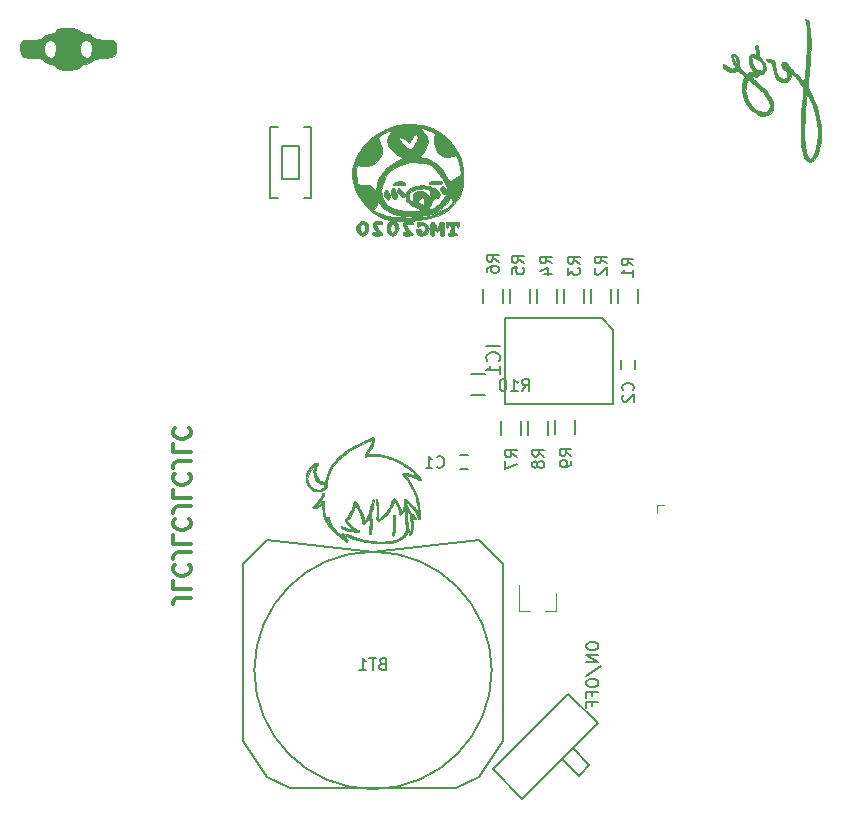
<source format=gbr>
G04 #@! TF.FileFunction,Legend,Bot*
%FSLAX46Y46*%
G04 Gerber Fmt 4.6, Leading zero omitted, Abs format (unit mm)*
G04 Created by KiCad (PCBNEW 4.0.5+dfsg1-4) date Sun Sep 22 01:55:02 2019*
%MOMM*%
%LPD*%
G01*
G04 APERTURE LIST*
%ADD10C,0.100000*%
%ADD11C,0.300000*%
%ADD12C,0.120000*%
%ADD13C,0.150000*%
%ADD14C,0.010000*%
G04 APERTURE END LIST*
D10*
D11*
X120991429Y-121688572D02*
X119920000Y-121688572D01*
X119705714Y-121760000D01*
X119562857Y-121902857D01*
X119491429Y-122117143D01*
X119491429Y-122260000D01*
X119491429Y-120260000D02*
X119491429Y-120974286D01*
X120991429Y-120974286D01*
X119634286Y-118902857D02*
X119562857Y-118974286D01*
X119491429Y-119188572D01*
X119491429Y-119331429D01*
X119562857Y-119545714D01*
X119705714Y-119688572D01*
X119848571Y-119760000D01*
X120134286Y-119831429D01*
X120348571Y-119831429D01*
X120634286Y-119760000D01*
X120777143Y-119688572D01*
X120920000Y-119545714D01*
X120991429Y-119331429D01*
X120991429Y-119188572D01*
X120920000Y-118974286D01*
X120848571Y-118902857D01*
X120991429Y-117831429D02*
X119920000Y-117831429D01*
X119705714Y-117902857D01*
X119562857Y-118045714D01*
X119491429Y-118260000D01*
X119491429Y-118402857D01*
X119491429Y-116402857D02*
X119491429Y-117117143D01*
X120991429Y-117117143D01*
X119634286Y-115045714D02*
X119562857Y-115117143D01*
X119491429Y-115331429D01*
X119491429Y-115474286D01*
X119562857Y-115688571D01*
X119705714Y-115831429D01*
X119848571Y-115902857D01*
X120134286Y-115974286D01*
X120348571Y-115974286D01*
X120634286Y-115902857D01*
X120777143Y-115831429D01*
X120920000Y-115688571D01*
X120991429Y-115474286D01*
X120991429Y-115331429D01*
X120920000Y-115117143D01*
X120848571Y-115045714D01*
X120991429Y-113974286D02*
X119920000Y-113974286D01*
X119705714Y-114045714D01*
X119562857Y-114188571D01*
X119491429Y-114402857D01*
X119491429Y-114545714D01*
X119491429Y-112545714D02*
X119491429Y-113260000D01*
X120991429Y-113260000D01*
X119634286Y-111188571D02*
X119562857Y-111260000D01*
X119491429Y-111474286D01*
X119491429Y-111617143D01*
X119562857Y-111831428D01*
X119705714Y-111974286D01*
X119848571Y-112045714D01*
X120134286Y-112117143D01*
X120348571Y-112117143D01*
X120634286Y-112045714D01*
X120777143Y-111974286D01*
X120920000Y-111831428D01*
X120991429Y-111617143D01*
X120991429Y-111474286D01*
X120920000Y-111260000D01*
X120848571Y-111188571D01*
X120991429Y-110117143D02*
X119920000Y-110117143D01*
X119705714Y-110188571D01*
X119562857Y-110331428D01*
X119491429Y-110545714D01*
X119491429Y-110688571D01*
X119491429Y-108688571D02*
X119491429Y-109402857D01*
X120991429Y-109402857D01*
X119634286Y-107331428D02*
X119562857Y-107402857D01*
X119491429Y-107617143D01*
X119491429Y-107760000D01*
X119562857Y-107974285D01*
X119705714Y-108117143D01*
X119848571Y-108188571D01*
X120134286Y-108260000D01*
X120348571Y-108260000D01*
X120634286Y-108188571D01*
X120777143Y-108117143D01*
X120920000Y-107974285D01*
X120991429Y-107760000D01*
X120991429Y-107617143D01*
X120920000Y-107402857D01*
X120848571Y-107331428D01*
D12*
X160429000Y-113884000D02*
X160429000Y-114519000D01*
X161064000Y-113884000D02*
X160429000Y-113884000D01*
D13*
X144470000Y-109610000D02*
X143770000Y-109610000D01*
X143770000Y-110810000D02*
X144470000Y-110810000D01*
X158616000Y-102296000D02*
X158616000Y-101596000D01*
X157416000Y-101596000D02*
X157416000Y-102296000D01*
D12*
X151950000Y-122800000D02*
X151020000Y-122800000D01*
X148790000Y-122800000D02*
X149720000Y-122800000D01*
X148790000Y-122800000D02*
X148790000Y-120640000D01*
X151950000Y-122800000D02*
X151950000Y-121340000D01*
D13*
X158891000Y-96770000D02*
X158891000Y-95570000D01*
X157141000Y-95570000D02*
X157141000Y-96770000D01*
X156605000Y-96770000D02*
X156605000Y-95570000D01*
X154855000Y-95570000D02*
X154855000Y-96770000D01*
X154319000Y-96770000D02*
X154319000Y-95570000D01*
X152569000Y-95570000D02*
X152569000Y-96770000D01*
X152033000Y-96769999D02*
X152033000Y-95569999D01*
X150283000Y-95569999D02*
X150283000Y-96769999D01*
X149747000Y-96769999D02*
X149747000Y-95569999D01*
X147997000Y-95569999D02*
X147997000Y-96769999D01*
X147461000Y-96770000D02*
X147461000Y-95570000D01*
X145711000Y-95570000D02*
X145711000Y-96770000D01*
X147235000Y-106746000D02*
X147235000Y-107946000D01*
X148985000Y-107946000D02*
X148985000Y-106746000D01*
X149521000Y-106746001D02*
X149521000Y-107946001D01*
X151271000Y-107946001D02*
X151271000Y-106746001D01*
X153557000Y-107880000D02*
X153557000Y-106680000D01*
X151807000Y-106680000D02*
X151807000Y-107880000D01*
X155784000Y-98060000D02*
X156784000Y-99060000D01*
X156784000Y-99060000D02*
X156784000Y-105260000D01*
X156784000Y-105260000D02*
X147564000Y-105260000D01*
X147564000Y-105260000D02*
X147564000Y-98060000D01*
X147564000Y-98060000D02*
X155784000Y-98060000D01*
D14*
G36*
X136341662Y-108116374D02*
X136237314Y-108160146D01*
X136092548Y-108226433D01*
X135919363Y-108309781D01*
X135774922Y-108381786D01*
X135572358Y-108483452D01*
X135374268Y-108581444D01*
X135197337Y-108667610D01*
X135058250Y-108733794D01*
X134999598Y-108760659D01*
X134816803Y-108853890D01*
X134597108Y-108984530D01*
X134357184Y-109141029D01*
X134113701Y-109311839D01*
X133883331Y-109485412D01*
X133682745Y-109650199D01*
X133577952Y-109745475D01*
X133255795Y-110075101D01*
X132994804Y-110389899D01*
X132788377Y-110701012D01*
X132629918Y-111019587D01*
X132512825Y-111356770D01*
X132441022Y-111665643D01*
X132401712Y-111874286D01*
X132213784Y-111873000D01*
X132058994Y-111859899D01*
X131935835Y-111816164D01*
X131830813Y-111731549D01*
X131730437Y-111595813D01*
X131641965Y-111438857D01*
X131592876Y-111325910D01*
X131566055Y-111205422D01*
X131555927Y-111048994D01*
X131555334Y-110997457D01*
X131557321Y-110850101D01*
X131569510Y-110748932D01*
X131598941Y-110667633D01*
X131652654Y-110579889D01*
X131676024Y-110546289D01*
X131742733Y-110448067D01*
X131770773Y-110390114D01*
X131764752Y-110354442D01*
X131732588Y-110325475D01*
X131655677Y-110286144D01*
X131573749Y-110287912D01*
X131468836Y-110334063D01*
X131378705Y-110390143D01*
X131154270Y-110573983D01*
X130974435Y-110792556D01*
X130840736Y-111035717D01*
X130754707Y-111293321D01*
X130717884Y-111555223D01*
X130731802Y-111811277D01*
X130797996Y-112051339D01*
X130918002Y-112265263D01*
X131070792Y-112425032D01*
X131255752Y-112563189D01*
X131418072Y-112650489D01*
X131578090Y-112694547D01*
X131756148Y-112702982D01*
X131806096Y-112700402D01*
X132054677Y-112663458D01*
X132248692Y-112587109D01*
X132396996Y-112467227D01*
X132449496Y-112400429D01*
X132527074Y-112265659D01*
X132549823Y-112169003D01*
X132518505Y-112114092D01*
X132433882Y-112104559D01*
X132389274Y-112113245D01*
X132321874Y-112145259D01*
X132315606Y-112199100D01*
X132316321Y-112201420D01*
X132304965Y-112269713D01*
X132248583Y-112358253D01*
X132162931Y-112447638D01*
X132063765Y-112518466D01*
X132055119Y-112523060D01*
X131905111Y-112565886D01*
X131721716Y-112567088D01*
X131528919Y-112529486D01*
X131350701Y-112455899D01*
X131317712Y-112436352D01*
X131118488Y-112272115D01*
X130977475Y-112073708D01*
X130894497Y-111850062D01*
X130869381Y-111610112D01*
X130901953Y-111362789D01*
X130992038Y-111117026D01*
X131139462Y-110881757D01*
X131344051Y-110665914D01*
X131352369Y-110658714D01*
X131436787Y-110586143D01*
X131407916Y-110676857D01*
X131388520Y-110791399D01*
X131382603Y-110951068D01*
X131389011Y-111129911D01*
X131406590Y-111301975D01*
X131434183Y-111441307D01*
X131443197Y-111469935D01*
X131473019Y-111570202D01*
X131483868Y-111641585D01*
X131480991Y-111657510D01*
X131490736Y-111708049D01*
X131565328Y-111780868D01*
X131701558Y-111873045D01*
X131747209Y-111900129D01*
X131844115Y-111960026D01*
X131911077Y-112008360D01*
X131929095Y-112027155D01*
X131970045Y-112043669D01*
X132060844Y-112052842D01*
X132179170Y-112054930D01*
X132302698Y-112050187D01*
X132409105Y-112038866D01*
X132476069Y-112021222D01*
X132476651Y-112020915D01*
X132518582Y-111974889D01*
X132547602Y-111881280D01*
X132565625Y-111752335D01*
X132590252Y-111575089D01*
X132622797Y-111431111D01*
X132659537Y-111333144D01*
X132696753Y-111293932D01*
X132699553Y-111293714D01*
X132718115Y-111267739D01*
X132713706Y-111248254D01*
X132719788Y-111187743D01*
X132758032Y-111081472D01*
X132820860Y-110944402D01*
X132900691Y-110791493D01*
X132989946Y-110637707D01*
X133081043Y-110498005D01*
X133122696Y-110441000D01*
X133456671Y-110054193D01*
X133847913Y-109687540D01*
X134281392Y-109354923D01*
X134348143Y-109309483D01*
X134475354Y-109230921D01*
X134654958Y-109129090D01*
X134873346Y-109010896D01*
X135116909Y-108883242D01*
X135372037Y-108753034D01*
X135625122Y-108627177D01*
X135862555Y-108512575D01*
X136070728Y-108416133D01*
X136236030Y-108344756D01*
X136293977Y-108322222D01*
X136389240Y-108287235D01*
X136353063Y-108429761D01*
X136321980Y-108519052D01*
X136288355Y-108568676D01*
X136278967Y-108572286D01*
X136259251Y-108588257D01*
X136265145Y-108596384D01*
X136258149Y-108635482D01*
X136222134Y-108724142D01*
X136164035Y-108848886D01*
X136090787Y-108996237D01*
X136009325Y-109152717D01*
X135926584Y-109304850D01*
X135849499Y-109439158D01*
X135785006Y-109542162D01*
X135761299Y-109575555D01*
X135707616Y-109668079D01*
X135715112Y-109726068D01*
X135785290Y-109750849D01*
X135919651Y-109743749D01*
X135947075Y-109739764D01*
X136063959Y-109728386D01*
X136226071Y-109721250D01*
X136406144Y-109719327D01*
X136489000Y-109720494D01*
X136657621Y-109724294D01*
X136810778Y-109727536D01*
X136926043Y-109729755D01*
X136964913Y-109730368D01*
X137088304Y-109743103D01*
X137259074Y-109775478D01*
X137456407Y-109822300D01*
X137659492Y-109878377D01*
X137847514Y-109938518D01*
X137946625Y-109975263D01*
X138178042Y-110074734D01*
X138434150Y-110197013D01*
X138697087Y-110332518D01*
X138948993Y-110471667D01*
X139172006Y-110604877D01*
X139348265Y-110722566D01*
X139371145Y-110739474D01*
X139529620Y-110865364D01*
X139705687Y-111015410D01*
X139866590Y-111161502D01*
X139898467Y-111192033D01*
X140013943Y-111306150D01*
X140074235Y-111374580D01*
X140077306Y-111401050D01*
X140021118Y-111389290D01*
X139903634Y-111343028D01*
X139832435Y-111312890D01*
X139741593Y-111280273D01*
X139681634Y-111270069D01*
X139672488Y-111273131D01*
X139632190Y-111270803D01*
X139603838Y-111252671D01*
X139563193Y-111231127D01*
X139555143Y-111239286D01*
X139532701Y-111242190D01*
X139498637Y-111219419D01*
X139431285Y-111192169D01*
X139317983Y-111171047D01*
X139185260Y-111158521D01*
X139059647Y-111157061D01*
X138967671Y-111169136D01*
X138965500Y-111169799D01*
X138911792Y-111204351D01*
X138902000Y-111227515D01*
X138922562Y-111267026D01*
X138976125Y-111346870D01*
X139050505Y-111450591D01*
X139133520Y-111561735D01*
X139212985Y-111663846D01*
X139276716Y-111740468D01*
X139300275Y-111765429D01*
X139373609Y-111854762D01*
X139466646Y-111997098D01*
X139571608Y-112178272D01*
X139680717Y-112384121D01*
X139786197Y-112600478D01*
X139880268Y-112813181D01*
X139894215Y-112847093D01*
X139961543Y-113034009D01*
X140029953Y-113260837D01*
X140095335Y-113509654D01*
X140153576Y-113762541D01*
X140200563Y-114001574D01*
X140232184Y-114208832D01*
X140244326Y-114366395D01*
X140244348Y-114372937D01*
X140244124Y-114505000D01*
X140187407Y-114396224D01*
X140133644Y-114303269D01*
X140084288Y-114232938D01*
X140032081Y-114152475D01*
X140015368Y-114114929D01*
X139977019Y-114061308D01*
X139951357Y-114051429D01*
X139908736Y-114027562D01*
X139828609Y-113963503D01*
X139724599Y-113870559D01*
X139663057Y-113812105D01*
X139546042Y-113700754D01*
X139440569Y-113604141D01*
X139362855Y-113536967D01*
X139340552Y-113519761D01*
X139282557Y-113460856D01*
X139264857Y-113415832D01*
X139233501Y-113377976D01*
X139155357Y-113372532D01*
X139045857Y-113380143D01*
X139050815Y-113657146D01*
X139037845Y-113895837D01*
X138993834Y-114119752D01*
X138923968Y-114308033D01*
X138865088Y-114404104D01*
X138830622Y-114444594D01*
X138807910Y-114448504D01*
X138789227Y-114405392D01*
X138766845Y-114304820D01*
X138757673Y-114258961D01*
X138716599Y-114108389D01*
X138652837Y-113934004D01*
X138583294Y-113779999D01*
X138467583Y-113578171D01*
X138355667Y-113428569D01*
X138252180Y-113333814D01*
X138161759Y-113296526D01*
X138089039Y-113319327D01*
X138038657Y-113404839D01*
X138024573Y-113464097D01*
X137985840Y-113611044D01*
X137917748Y-113795314D01*
X137830746Y-113993551D01*
X137735282Y-114182398D01*
X137641804Y-114338498D01*
X137618691Y-114371414D01*
X137463736Y-114557914D01*
X137278579Y-114743011D01*
X137086278Y-114905259D01*
X136930771Y-115011334D01*
X136833008Y-115071968D01*
X136789716Y-115112281D01*
X136790876Y-115145232D01*
X136809744Y-115167867D01*
X136853208Y-115198756D01*
X136902044Y-115189828D01*
X136972289Y-115144677D01*
X137050151Y-115093823D01*
X137102036Y-115068173D01*
X137106668Y-115067429D01*
X137147547Y-115046019D01*
X137221754Y-114991718D01*
X137264352Y-114957177D01*
X137369899Y-114869691D01*
X137471795Y-114786470D01*
X137496381Y-114766677D01*
X137581485Y-114680693D01*
X137662391Y-114571936D01*
X137674591Y-114551833D01*
X137726861Y-114472926D01*
X137766664Y-114432723D01*
X137775811Y-114431605D01*
X137797820Y-114405917D01*
X137843135Y-114328221D01*
X137904767Y-114212457D01*
X137975730Y-114072564D01*
X138049037Y-113922484D01*
X138117701Y-113776154D01*
X138174735Y-113647514D01*
X138200872Y-113583578D01*
X138221608Y-113539271D01*
X138244320Y-113532951D01*
X138280612Y-113572112D01*
X138342092Y-113664248D01*
X138353645Y-113682231D01*
X138521758Y-114004776D01*
X138618248Y-114337188D01*
X138637071Y-114475163D01*
X138651854Y-114597006D01*
X138669101Y-114686529D01*
X138683728Y-114722370D01*
X138736830Y-114715382D01*
X138815650Y-114656040D01*
X138908993Y-114554473D01*
X138988787Y-114446385D01*
X139110263Y-114266003D01*
X139132921Y-114675787D01*
X139145124Y-114896905D01*
X139159091Y-115150613D01*
X139172627Y-115397041D01*
X139178879Y-115511103D01*
X139186942Y-115767043D01*
X139177214Y-115966920D01*
X139146296Y-116125799D01*
X139090786Y-116258749D01*
X139007284Y-116380837D01*
X138973578Y-116420659D01*
X138792594Y-116584537D01*
X138561492Y-116718354D01*
X138271122Y-116827205D01*
X138212453Y-116844371D01*
X137956255Y-116897752D01*
X137645599Y-116931853D01*
X137295896Y-116947019D01*
X136922556Y-116943598D01*
X136540989Y-116921934D01*
X136166603Y-116882377D01*
X135814810Y-116825270D01*
X135636285Y-116786447D01*
X135402614Y-116725788D01*
X135153315Y-116653638D01*
X134905796Y-116575692D01*
X134677460Y-116497646D01*
X134485712Y-116425193D01*
X134352739Y-116366454D01*
X134225580Y-116307956D01*
X134146037Y-116286365D01*
X134101312Y-116298373D01*
X134098739Y-116300804D01*
X134081672Y-116345961D01*
X134121357Y-116389229D01*
X134172545Y-116440876D01*
X134184857Y-116469871D01*
X134217277Y-116496242D01*
X134305048Y-116538136D01*
X134433935Y-116590472D01*
X134589703Y-116648171D01*
X134758118Y-116706150D01*
X134924946Y-116759330D01*
X135075951Y-116802630D01*
X135196172Y-116830831D01*
X135259896Y-116844130D01*
X135363176Y-116866749D01*
X135413886Y-116878083D01*
X135570879Y-116911750D01*
X135746909Y-116946970D01*
X135916644Y-116978908D01*
X136054753Y-117002726D01*
X136108000Y-117010606D01*
X136186856Y-117020946D01*
X136312873Y-117037494D01*
X136461257Y-117056994D01*
X136489000Y-117060642D01*
X136598253Y-117070957D01*
X136746978Y-117079553D01*
X136919691Y-117086176D01*
X137100913Y-117090576D01*
X137275160Y-117092500D01*
X137426952Y-117091698D01*
X137540807Y-117087917D01*
X137601244Y-117080906D01*
X137605979Y-117078796D01*
X137643197Y-117073194D01*
X137734431Y-117063993D01*
X137861329Y-117053011D01*
X137886000Y-117051029D01*
X138059904Y-117030681D01*
X138230812Y-116999469D01*
X138381754Y-116961694D01*
X138495760Y-116921656D01*
X138555860Y-116883655D01*
X138557868Y-116880772D01*
X138609152Y-116849690D01*
X138640756Y-116845429D01*
X138713683Y-116822462D01*
X138817541Y-116763537D01*
X138931551Y-116683615D01*
X139034937Y-116597659D01*
X139106921Y-116520630D01*
X139119880Y-116500404D01*
X139168757Y-116434378D01*
X139210752Y-116410000D01*
X139239966Y-116391538D01*
X139272270Y-116329843D01*
X139311552Y-116215456D01*
X139358622Y-116050304D01*
X139379720Y-115992729D01*
X139401969Y-116000053D01*
X139415628Y-116022202D01*
X139436735Y-116093784D01*
X139450252Y-116203013D01*
X139452232Y-116247743D01*
X139458338Y-116349452D01*
X139476858Y-116395914D01*
X139516232Y-116404344D01*
X139528269Y-116402844D01*
X139578508Y-116373421D01*
X139630895Y-116294016D01*
X139691818Y-116154666D01*
X139698518Y-116137332D01*
X139745630Y-116004074D01*
X139774134Y-115887973D01*
X139787920Y-115762756D01*
X139790879Y-115602150D01*
X139790460Y-115568053D01*
X139646005Y-115568053D01*
X139624543Y-115844897D01*
X139610408Y-115936684D01*
X139582526Y-116098367D01*
X139509417Y-115954827D01*
X139458036Y-115862714D01*
X139415434Y-115801114D01*
X139404609Y-115790753D01*
X139390179Y-115748084D01*
X139376171Y-115648999D01*
X139364453Y-115509639D01*
X139358414Y-115391610D01*
X139345249Y-115111943D01*
X139327970Y-114840762D01*
X139308015Y-114597055D01*
X139286825Y-114399810D01*
X139278856Y-114341714D01*
X139259913Y-114214714D01*
X139394529Y-114405214D01*
X139466965Y-114503242D01*
X139523824Y-114572010D01*
X139551215Y-114595740D01*
X139569630Y-114626925D01*
X139578518Y-114686454D01*
X139571390Y-114754500D01*
X139551304Y-114777143D01*
X139523277Y-114808097D01*
X139523888Y-114892550D01*
X139551849Y-115017885D01*
X139586509Y-115121857D01*
X139633159Y-115321310D01*
X139646005Y-115568053D01*
X139790460Y-115568053D01*
X139789874Y-115520475D01*
X139784574Y-115359346D01*
X139775356Y-115220941D01*
X139763735Y-115124437D01*
X139756246Y-115094643D01*
X139748629Y-115055665D01*
X139780142Y-115036845D01*
X139865753Y-115031276D01*
X139893833Y-115031143D01*
X139997664Y-115023740D01*
X140068045Y-115005049D01*
X140081461Y-114994573D01*
X140067394Y-114954707D01*
X140010843Y-114878323D01*
X139922188Y-114778625D01*
X139868292Y-114723390D01*
X139662818Y-114503584D01*
X139510720Y-114303302D01*
X139401461Y-114107692D01*
X139359171Y-114005840D01*
X139317083Y-113912003D01*
X139278844Y-113858667D01*
X139261767Y-113853767D01*
X139235119Y-113848086D01*
X139236466Y-113791308D01*
X139262675Y-113706714D01*
X139279992Y-113680641D01*
X139308529Y-113680337D01*
X139357342Y-113712136D01*
X139435486Y-113782375D01*
X139552017Y-113897389D01*
X139590068Y-113935760D01*
X139739429Y-114092885D01*
X139850271Y-114227807D01*
X139939914Y-114364679D01*
X140025674Y-114527655D01*
X140048372Y-114574958D01*
X140115537Y-114721902D01*
X140168806Y-114848256D01*
X140201395Y-114937352D01*
X140208285Y-114967959D01*
X140238194Y-115026087D01*
X140304163Y-115055243D01*
X140361600Y-115044235D01*
X140378094Y-114997428D01*
X140385874Y-114891970D01*
X140385734Y-114741157D01*
X140378469Y-114558286D01*
X140364872Y-114356650D01*
X140345740Y-114149546D01*
X140321866Y-113950269D01*
X140294045Y-113772114D01*
X140281794Y-113708801D01*
X140115421Y-113085123D01*
X139880261Y-112483455D01*
X139577455Y-111906397D01*
X139311958Y-111498803D01*
X139247664Y-111403668D01*
X139207211Y-111335138D01*
X139199224Y-111310967D01*
X139239196Y-111314571D01*
X139331664Y-111339258D01*
X139461487Y-111379805D01*
X139613525Y-111430992D01*
X139772637Y-111487597D01*
X139923681Y-111544398D01*
X140051518Y-111596174D01*
X140129624Y-111631829D01*
X140286486Y-111701025D01*
X140392223Y-111726919D01*
X140450334Y-111713986D01*
X140464317Y-111666703D01*
X140437675Y-111589544D01*
X140373903Y-111486985D01*
X140276502Y-111363503D01*
X140148972Y-111223573D01*
X139994811Y-111071671D01*
X139817518Y-110912273D01*
X139620594Y-110749854D01*
X139407537Y-110588890D01*
X139204788Y-110448903D01*
X139082240Y-110370991D01*
X138980544Y-110311638D01*
X138916254Y-110280309D01*
X138905430Y-110277714D01*
X138867491Y-110250629D01*
X138865714Y-110239287D01*
X138843910Y-110216727D01*
X138832354Y-110221478D01*
X138782539Y-110216817D01*
X138750711Y-110193813D01*
X138691739Y-110150002D01*
X138666143Y-110140471D01*
X138596287Y-110119610D01*
X138506454Y-110079935D01*
X138421521Y-110034235D01*
X138366367Y-109995299D01*
X138357714Y-109981918D01*
X138328330Y-109954419D01*
X138304517Y-109951143D01*
X138235179Y-109935895D01*
X138124322Y-109896036D01*
X137994832Y-109840389D01*
X137909102Y-109798695D01*
X137821733Y-109763341D01*
X137779728Y-109752069D01*
X137713586Y-109737663D01*
X137602341Y-109711887D01*
X137484482Y-109683784D01*
X137159356Y-109613957D01*
X136893084Y-109576132D01*
X136680813Y-109569427D01*
X136585390Y-109568208D01*
X136532538Y-109556558D01*
X136528628Y-109546591D01*
X136510827Y-109529095D01*
X136445378Y-109521601D01*
X136356400Y-109523341D01*
X136268013Y-109533545D01*
X136204337Y-109551444D01*
X136194837Y-109557238D01*
X136137951Y-109575133D01*
X136063167Y-109571203D01*
X135995729Y-109551468D01*
X135960878Y-109521948D01*
X135965655Y-109502580D01*
X136119687Y-109307946D01*
X136235940Y-109133929D01*
X136329790Y-108953314D01*
X136416610Y-108738887D01*
X136450356Y-108644599D01*
X136515066Y-108429472D01*
X136538166Y-108270890D01*
X136519330Y-108165715D01*
X136458230Y-108110804D01*
X136393594Y-108100572D01*
X136341662Y-108116374D01*
X136341662Y-108116374D01*
G37*
X136341662Y-108116374D02*
X136237314Y-108160146D01*
X136092548Y-108226433D01*
X135919363Y-108309781D01*
X135774922Y-108381786D01*
X135572358Y-108483452D01*
X135374268Y-108581444D01*
X135197337Y-108667610D01*
X135058250Y-108733794D01*
X134999598Y-108760659D01*
X134816803Y-108853890D01*
X134597108Y-108984530D01*
X134357184Y-109141029D01*
X134113701Y-109311839D01*
X133883331Y-109485412D01*
X133682745Y-109650199D01*
X133577952Y-109745475D01*
X133255795Y-110075101D01*
X132994804Y-110389899D01*
X132788377Y-110701012D01*
X132629918Y-111019587D01*
X132512825Y-111356770D01*
X132441022Y-111665643D01*
X132401712Y-111874286D01*
X132213784Y-111873000D01*
X132058994Y-111859899D01*
X131935835Y-111816164D01*
X131830813Y-111731549D01*
X131730437Y-111595813D01*
X131641965Y-111438857D01*
X131592876Y-111325910D01*
X131566055Y-111205422D01*
X131555927Y-111048994D01*
X131555334Y-110997457D01*
X131557321Y-110850101D01*
X131569510Y-110748932D01*
X131598941Y-110667633D01*
X131652654Y-110579889D01*
X131676024Y-110546289D01*
X131742733Y-110448067D01*
X131770773Y-110390114D01*
X131764752Y-110354442D01*
X131732588Y-110325475D01*
X131655677Y-110286144D01*
X131573749Y-110287912D01*
X131468836Y-110334063D01*
X131378705Y-110390143D01*
X131154270Y-110573983D01*
X130974435Y-110792556D01*
X130840736Y-111035717D01*
X130754707Y-111293321D01*
X130717884Y-111555223D01*
X130731802Y-111811277D01*
X130797996Y-112051339D01*
X130918002Y-112265263D01*
X131070792Y-112425032D01*
X131255752Y-112563189D01*
X131418072Y-112650489D01*
X131578090Y-112694547D01*
X131756148Y-112702982D01*
X131806096Y-112700402D01*
X132054677Y-112663458D01*
X132248692Y-112587109D01*
X132396996Y-112467227D01*
X132449496Y-112400429D01*
X132527074Y-112265659D01*
X132549823Y-112169003D01*
X132518505Y-112114092D01*
X132433882Y-112104559D01*
X132389274Y-112113245D01*
X132321874Y-112145259D01*
X132315606Y-112199100D01*
X132316321Y-112201420D01*
X132304965Y-112269713D01*
X132248583Y-112358253D01*
X132162931Y-112447638D01*
X132063765Y-112518466D01*
X132055119Y-112523060D01*
X131905111Y-112565886D01*
X131721716Y-112567088D01*
X131528919Y-112529486D01*
X131350701Y-112455899D01*
X131317712Y-112436352D01*
X131118488Y-112272115D01*
X130977475Y-112073708D01*
X130894497Y-111850062D01*
X130869381Y-111610112D01*
X130901953Y-111362789D01*
X130992038Y-111117026D01*
X131139462Y-110881757D01*
X131344051Y-110665914D01*
X131352369Y-110658714D01*
X131436787Y-110586143D01*
X131407916Y-110676857D01*
X131388520Y-110791399D01*
X131382603Y-110951068D01*
X131389011Y-111129911D01*
X131406590Y-111301975D01*
X131434183Y-111441307D01*
X131443197Y-111469935D01*
X131473019Y-111570202D01*
X131483868Y-111641585D01*
X131480991Y-111657510D01*
X131490736Y-111708049D01*
X131565328Y-111780868D01*
X131701558Y-111873045D01*
X131747209Y-111900129D01*
X131844115Y-111960026D01*
X131911077Y-112008360D01*
X131929095Y-112027155D01*
X131970045Y-112043669D01*
X132060844Y-112052842D01*
X132179170Y-112054930D01*
X132302698Y-112050187D01*
X132409105Y-112038866D01*
X132476069Y-112021222D01*
X132476651Y-112020915D01*
X132518582Y-111974889D01*
X132547602Y-111881280D01*
X132565625Y-111752335D01*
X132590252Y-111575089D01*
X132622797Y-111431111D01*
X132659537Y-111333144D01*
X132696753Y-111293932D01*
X132699553Y-111293714D01*
X132718115Y-111267739D01*
X132713706Y-111248254D01*
X132719788Y-111187743D01*
X132758032Y-111081472D01*
X132820860Y-110944402D01*
X132900691Y-110791493D01*
X132989946Y-110637707D01*
X133081043Y-110498005D01*
X133122696Y-110441000D01*
X133456671Y-110054193D01*
X133847913Y-109687540D01*
X134281392Y-109354923D01*
X134348143Y-109309483D01*
X134475354Y-109230921D01*
X134654958Y-109129090D01*
X134873346Y-109010896D01*
X135116909Y-108883242D01*
X135372037Y-108753034D01*
X135625122Y-108627177D01*
X135862555Y-108512575D01*
X136070728Y-108416133D01*
X136236030Y-108344756D01*
X136293977Y-108322222D01*
X136389240Y-108287235D01*
X136353063Y-108429761D01*
X136321980Y-108519052D01*
X136288355Y-108568676D01*
X136278967Y-108572286D01*
X136259251Y-108588257D01*
X136265145Y-108596384D01*
X136258149Y-108635482D01*
X136222134Y-108724142D01*
X136164035Y-108848886D01*
X136090787Y-108996237D01*
X136009325Y-109152717D01*
X135926584Y-109304850D01*
X135849499Y-109439158D01*
X135785006Y-109542162D01*
X135761299Y-109575555D01*
X135707616Y-109668079D01*
X135715112Y-109726068D01*
X135785290Y-109750849D01*
X135919651Y-109743749D01*
X135947075Y-109739764D01*
X136063959Y-109728386D01*
X136226071Y-109721250D01*
X136406144Y-109719327D01*
X136489000Y-109720494D01*
X136657621Y-109724294D01*
X136810778Y-109727536D01*
X136926043Y-109729755D01*
X136964913Y-109730368D01*
X137088304Y-109743103D01*
X137259074Y-109775478D01*
X137456407Y-109822300D01*
X137659492Y-109878377D01*
X137847514Y-109938518D01*
X137946625Y-109975263D01*
X138178042Y-110074734D01*
X138434150Y-110197013D01*
X138697087Y-110332518D01*
X138948993Y-110471667D01*
X139172006Y-110604877D01*
X139348265Y-110722566D01*
X139371145Y-110739474D01*
X139529620Y-110865364D01*
X139705687Y-111015410D01*
X139866590Y-111161502D01*
X139898467Y-111192033D01*
X140013943Y-111306150D01*
X140074235Y-111374580D01*
X140077306Y-111401050D01*
X140021118Y-111389290D01*
X139903634Y-111343028D01*
X139832435Y-111312890D01*
X139741593Y-111280273D01*
X139681634Y-111270069D01*
X139672488Y-111273131D01*
X139632190Y-111270803D01*
X139603838Y-111252671D01*
X139563193Y-111231127D01*
X139555143Y-111239286D01*
X139532701Y-111242190D01*
X139498637Y-111219419D01*
X139431285Y-111192169D01*
X139317983Y-111171047D01*
X139185260Y-111158521D01*
X139059647Y-111157061D01*
X138967671Y-111169136D01*
X138965500Y-111169799D01*
X138911792Y-111204351D01*
X138902000Y-111227515D01*
X138922562Y-111267026D01*
X138976125Y-111346870D01*
X139050505Y-111450591D01*
X139133520Y-111561735D01*
X139212985Y-111663846D01*
X139276716Y-111740468D01*
X139300275Y-111765429D01*
X139373609Y-111854762D01*
X139466646Y-111997098D01*
X139571608Y-112178272D01*
X139680717Y-112384121D01*
X139786197Y-112600478D01*
X139880268Y-112813181D01*
X139894215Y-112847093D01*
X139961543Y-113034009D01*
X140029953Y-113260837D01*
X140095335Y-113509654D01*
X140153576Y-113762541D01*
X140200563Y-114001574D01*
X140232184Y-114208832D01*
X140244326Y-114366395D01*
X140244348Y-114372937D01*
X140244124Y-114505000D01*
X140187407Y-114396224D01*
X140133644Y-114303269D01*
X140084288Y-114232938D01*
X140032081Y-114152475D01*
X140015368Y-114114929D01*
X139977019Y-114061308D01*
X139951357Y-114051429D01*
X139908736Y-114027562D01*
X139828609Y-113963503D01*
X139724599Y-113870559D01*
X139663057Y-113812105D01*
X139546042Y-113700754D01*
X139440569Y-113604141D01*
X139362855Y-113536967D01*
X139340552Y-113519761D01*
X139282557Y-113460856D01*
X139264857Y-113415832D01*
X139233501Y-113377976D01*
X139155357Y-113372532D01*
X139045857Y-113380143D01*
X139050815Y-113657146D01*
X139037845Y-113895837D01*
X138993834Y-114119752D01*
X138923968Y-114308033D01*
X138865088Y-114404104D01*
X138830622Y-114444594D01*
X138807910Y-114448504D01*
X138789227Y-114405392D01*
X138766845Y-114304820D01*
X138757673Y-114258961D01*
X138716599Y-114108389D01*
X138652837Y-113934004D01*
X138583294Y-113779999D01*
X138467583Y-113578171D01*
X138355667Y-113428569D01*
X138252180Y-113333814D01*
X138161759Y-113296526D01*
X138089039Y-113319327D01*
X138038657Y-113404839D01*
X138024573Y-113464097D01*
X137985840Y-113611044D01*
X137917748Y-113795314D01*
X137830746Y-113993551D01*
X137735282Y-114182398D01*
X137641804Y-114338498D01*
X137618691Y-114371414D01*
X137463736Y-114557914D01*
X137278579Y-114743011D01*
X137086278Y-114905259D01*
X136930771Y-115011334D01*
X136833008Y-115071968D01*
X136789716Y-115112281D01*
X136790876Y-115145232D01*
X136809744Y-115167867D01*
X136853208Y-115198756D01*
X136902044Y-115189828D01*
X136972289Y-115144677D01*
X137050151Y-115093823D01*
X137102036Y-115068173D01*
X137106668Y-115067429D01*
X137147547Y-115046019D01*
X137221754Y-114991718D01*
X137264352Y-114957177D01*
X137369899Y-114869691D01*
X137471795Y-114786470D01*
X137496381Y-114766677D01*
X137581485Y-114680693D01*
X137662391Y-114571936D01*
X137674591Y-114551833D01*
X137726861Y-114472926D01*
X137766664Y-114432723D01*
X137775811Y-114431605D01*
X137797820Y-114405917D01*
X137843135Y-114328221D01*
X137904767Y-114212457D01*
X137975730Y-114072564D01*
X138049037Y-113922484D01*
X138117701Y-113776154D01*
X138174735Y-113647514D01*
X138200872Y-113583578D01*
X138221608Y-113539271D01*
X138244320Y-113532951D01*
X138280612Y-113572112D01*
X138342092Y-113664248D01*
X138353645Y-113682231D01*
X138521758Y-114004776D01*
X138618248Y-114337188D01*
X138637071Y-114475163D01*
X138651854Y-114597006D01*
X138669101Y-114686529D01*
X138683728Y-114722370D01*
X138736830Y-114715382D01*
X138815650Y-114656040D01*
X138908993Y-114554473D01*
X138988787Y-114446385D01*
X139110263Y-114266003D01*
X139132921Y-114675787D01*
X139145124Y-114896905D01*
X139159091Y-115150613D01*
X139172627Y-115397041D01*
X139178879Y-115511103D01*
X139186942Y-115767043D01*
X139177214Y-115966920D01*
X139146296Y-116125799D01*
X139090786Y-116258749D01*
X139007284Y-116380837D01*
X138973578Y-116420659D01*
X138792594Y-116584537D01*
X138561492Y-116718354D01*
X138271122Y-116827205D01*
X138212453Y-116844371D01*
X137956255Y-116897752D01*
X137645599Y-116931853D01*
X137295896Y-116947019D01*
X136922556Y-116943598D01*
X136540989Y-116921934D01*
X136166603Y-116882377D01*
X135814810Y-116825270D01*
X135636285Y-116786447D01*
X135402614Y-116725788D01*
X135153315Y-116653638D01*
X134905796Y-116575692D01*
X134677460Y-116497646D01*
X134485712Y-116425193D01*
X134352739Y-116366454D01*
X134225580Y-116307956D01*
X134146037Y-116286365D01*
X134101312Y-116298373D01*
X134098739Y-116300804D01*
X134081672Y-116345961D01*
X134121357Y-116389229D01*
X134172545Y-116440876D01*
X134184857Y-116469871D01*
X134217277Y-116496242D01*
X134305048Y-116538136D01*
X134433935Y-116590472D01*
X134589703Y-116648171D01*
X134758118Y-116706150D01*
X134924946Y-116759330D01*
X135075951Y-116802630D01*
X135196172Y-116830831D01*
X135259896Y-116844130D01*
X135363176Y-116866749D01*
X135413886Y-116878083D01*
X135570879Y-116911750D01*
X135746909Y-116946970D01*
X135916644Y-116978908D01*
X136054753Y-117002726D01*
X136108000Y-117010606D01*
X136186856Y-117020946D01*
X136312873Y-117037494D01*
X136461257Y-117056994D01*
X136489000Y-117060642D01*
X136598253Y-117070957D01*
X136746978Y-117079553D01*
X136919691Y-117086176D01*
X137100913Y-117090576D01*
X137275160Y-117092500D01*
X137426952Y-117091698D01*
X137540807Y-117087917D01*
X137601244Y-117080906D01*
X137605979Y-117078796D01*
X137643197Y-117073194D01*
X137734431Y-117063993D01*
X137861329Y-117053011D01*
X137886000Y-117051029D01*
X138059904Y-117030681D01*
X138230812Y-116999469D01*
X138381754Y-116961694D01*
X138495760Y-116921656D01*
X138555860Y-116883655D01*
X138557868Y-116880772D01*
X138609152Y-116849690D01*
X138640756Y-116845429D01*
X138713683Y-116822462D01*
X138817541Y-116763537D01*
X138931551Y-116683615D01*
X139034937Y-116597659D01*
X139106921Y-116520630D01*
X139119880Y-116500404D01*
X139168757Y-116434378D01*
X139210752Y-116410000D01*
X139239966Y-116391538D01*
X139272270Y-116329843D01*
X139311552Y-116215456D01*
X139358622Y-116050304D01*
X139379720Y-115992729D01*
X139401969Y-116000053D01*
X139415628Y-116022202D01*
X139436735Y-116093784D01*
X139450252Y-116203013D01*
X139452232Y-116247743D01*
X139458338Y-116349452D01*
X139476858Y-116395914D01*
X139516232Y-116404344D01*
X139528269Y-116402844D01*
X139578508Y-116373421D01*
X139630895Y-116294016D01*
X139691818Y-116154666D01*
X139698518Y-116137332D01*
X139745630Y-116004074D01*
X139774134Y-115887973D01*
X139787920Y-115762756D01*
X139790879Y-115602150D01*
X139790460Y-115568053D01*
X139646005Y-115568053D01*
X139624543Y-115844897D01*
X139610408Y-115936684D01*
X139582526Y-116098367D01*
X139509417Y-115954827D01*
X139458036Y-115862714D01*
X139415434Y-115801114D01*
X139404609Y-115790753D01*
X139390179Y-115748084D01*
X139376171Y-115648999D01*
X139364453Y-115509639D01*
X139358414Y-115391610D01*
X139345249Y-115111943D01*
X139327970Y-114840762D01*
X139308015Y-114597055D01*
X139286825Y-114399810D01*
X139278856Y-114341714D01*
X139259913Y-114214714D01*
X139394529Y-114405214D01*
X139466965Y-114503242D01*
X139523824Y-114572010D01*
X139551215Y-114595740D01*
X139569630Y-114626925D01*
X139578518Y-114686454D01*
X139571390Y-114754500D01*
X139551304Y-114777143D01*
X139523277Y-114808097D01*
X139523888Y-114892550D01*
X139551849Y-115017885D01*
X139586509Y-115121857D01*
X139633159Y-115321310D01*
X139646005Y-115568053D01*
X139790460Y-115568053D01*
X139789874Y-115520475D01*
X139784574Y-115359346D01*
X139775356Y-115220941D01*
X139763735Y-115124437D01*
X139756246Y-115094643D01*
X139748629Y-115055665D01*
X139780142Y-115036845D01*
X139865753Y-115031276D01*
X139893833Y-115031143D01*
X139997664Y-115023740D01*
X140068045Y-115005049D01*
X140081461Y-114994573D01*
X140067394Y-114954707D01*
X140010843Y-114878323D01*
X139922188Y-114778625D01*
X139868292Y-114723390D01*
X139662818Y-114503584D01*
X139510720Y-114303302D01*
X139401461Y-114107692D01*
X139359171Y-114005840D01*
X139317083Y-113912003D01*
X139278844Y-113858667D01*
X139261767Y-113853767D01*
X139235119Y-113848086D01*
X139236466Y-113791308D01*
X139262675Y-113706714D01*
X139279992Y-113680641D01*
X139308529Y-113680337D01*
X139357342Y-113712136D01*
X139435486Y-113782375D01*
X139552017Y-113897389D01*
X139590068Y-113935760D01*
X139739429Y-114092885D01*
X139850271Y-114227807D01*
X139939914Y-114364679D01*
X140025674Y-114527655D01*
X140048372Y-114574958D01*
X140115537Y-114721902D01*
X140168806Y-114848256D01*
X140201395Y-114937352D01*
X140208285Y-114967959D01*
X140238194Y-115026087D01*
X140304163Y-115055243D01*
X140361600Y-115044235D01*
X140378094Y-114997428D01*
X140385874Y-114891970D01*
X140385734Y-114741157D01*
X140378469Y-114558286D01*
X140364872Y-114356650D01*
X140345740Y-114149546D01*
X140321866Y-113950269D01*
X140294045Y-113772114D01*
X140281794Y-113708801D01*
X140115421Y-113085123D01*
X139880261Y-112483455D01*
X139577455Y-111906397D01*
X139311958Y-111498803D01*
X139247664Y-111403668D01*
X139207211Y-111335138D01*
X139199224Y-111310967D01*
X139239196Y-111314571D01*
X139331664Y-111339258D01*
X139461487Y-111379805D01*
X139613525Y-111430992D01*
X139772637Y-111487597D01*
X139923681Y-111544398D01*
X140051518Y-111596174D01*
X140129624Y-111631829D01*
X140286486Y-111701025D01*
X140392223Y-111726919D01*
X140450334Y-111713986D01*
X140464317Y-111666703D01*
X140437675Y-111589544D01*
X140373903Y-111486985D01*
X140276502Y-111363503D01*
X140148972Y-111223573D01*
X139994811Y-111071671D01*
X139817518Y-110912273D01*
X139620594Y-110749854D01*
X139407537Y-110588890D01*
X139204788Y-110448903D01*
X139082240Y-110370991D01*
X138980544Y-110311638D01*
X138916254Y-110280309D01*
X138905430Y-110277714D01*
X138867491Y-110250629D01*
X138865714Y-110239287D01*
X138843910Y-110216727D01*
X138832354Y-110221478D01*
X138782539Y-110216817D01*
X138750711Y-110193813D01*
X138691739Y-110150002D01*
X138666143Y-110140471D01*
X138596287Y-110119610D01*
X138506454Y-110079935D01*
X138421521Y-110034235D01*
X138366367Y-109995299D01*
X138357714Y-109981918D01*
X138328330Y-109954419D01*
X138304517Y-109951143D01*
X138235179Y-109935895D01*
X138124322Y-109896036D01*
X137994832Y-109840389D01*
X137909102Y-109798695D01*
X137821733Y-109763341D01*
X137779728Y-109752069D01*
X137713586Y-109737663D01*
X137602341Y-109711887D01*
X137484482Y-109683784D01*
X137159356Y-109613957D01*
X136893084Y-109576132D01*
X136680813Y-109569427D01*
X136585390Y-109568208D01*
X136532538Y-109556558D01*
X136528628Y-109546591D01*
X136510827Y-109529095D01*
X136445378Y-109521601D01*
X136356400Y-109523341D01*
X136268013Y-109533545D01*
X136204337Y-109551444D01*
X136194837Y-109557238D01*
X136137951Y-109575133D01*
X136063167Y-109571203D01*
X135995729Y-109551468D01*
X135960878Y-109521948D01*
X135965655Y-109502580D01*
X136119687Y-109307946D01*
X136235940Y-109133929D01*
X136329790Y-108953314D01*
X136416610Y-108738887D01*
X136450356Y-108644599D01*
X136515066Y-108429472D01*
X136538166Y-108270890D01*
X136519330Y-108165715D01*
X136458230Y-108110804D01*
X136393594Y-108100572D01*
X136341662Y-108116374D01*
G36*
X132148564Y-112859325D02*
X132107561Y-112949798D01*
X132101893Y-112975291D01*
X132064541Y-113072071D01*
X131986731Y-113206739D01*
X131878671Y-113365221D01*
X131750566Y-113533444D01*
X131612622Y-113697335D01*
X131475044Y-113842821D01*
X131467193Y-113850493D01*
X131375919Y-113942809D01*
X131309778Y-114016514D01*
X131282147Y-114056626D01*
X131282000Y-114057859D01*
X131309969Y-114094901D01*
X131349680Y-114121383D01*
X131424385Y-114129725D01*
X131539616Y-114109092D01*
X131672771Y-114066303D01*
X131801248Y-114008180D01*
X131875249Y-113962775D01*
X131969625Y-113894787D01*
X132032007Y-113849622D01*
X132076297Y-113820986D01*
X132102037Y-113825184D01*
X132117427Y-113874728D01*
X132130668Y-113982126D01*
X132132932Y-114003586D01*
X132178945Y-114380556D01*
X132233659Y-114697237D01*
X132301817Y-114965799D01*
X132388162Y-115198418D01*
X132497436Y-115407264D01*
X132634383Y-115604511D01*
X132803744Y-115802333D01*
X132854898Y-115856643D01*
X132937087Y-115939209D01*
X132998808Y-115995174D01*
X133022620Y-116010857D01*
X133055361Y-116034551D01*
X133128136Y-116098600D01*
X133229252Y-116192458D01*
X133317110Y-116276510D01*
X133475375Y-116422944D01*
X133658034Y-116581712D01*
X133833138Y-116725305D01*
X133885791Y-116766173D01*
X134020009Y-116866740D01*
X134109844Y-116927917D01*
X134167674Y-116955534D01*
X134205876Y-116955421D01*
X134236828Y-116933408D01*
X134238120Y-116932125D01*
X134276683Y-116856329D01*
X134256938Y-116758737D01*
X134177047Y-116632731D01*
X134143628Y-116591429D01*
X134057078Y-116481482D01*
X133976875Y-116368989D01*
X133962211Y-116346500D01*
X133889468Y-116263463D01*
X133817232Y-116230819D01*
X133760929Y-116252371D01*
X133741423Y-116292071D01*
X133737794Y-116387901D01*
X133781966Y-116440167D01*
X133816295Y-116446286D01*
X133871485Y-116470163D01*
X133925313Y-116524611D01*
X133957262Y-116583851D01*
X133952831Y-116617836D01*
X133912348Y-116610246D01*
X133834632Y-116555687D01*
X133728362Y-116463390D01*
X133602220Y-116342585D01*
X133464885Y-116202505D01*
X133325037Y-116052379D01*
X133191359Y-115901439D01*
X133072530Y-115758917D01*
X132977230Y-115634042D01*
X132914140Y-115536047D01*
X132895047Y-115492969D01*
X132867112Y-115419553D01*
X132817646Y-115306400D01*
X132760528Y-115184643D01*
X132708701Y-115068962D01*
X132676799Y-114979996D01*
X132671353Y-114936122D01*
X132671939Y-114935394D01*
X132672052Y-114896530D01*
X132629683Y-114853292D01*
X132570655Y-114825831D01*
X132532924Y-114826908D01*
X132486891Y-114877728D01*
X132487814Y-114962444D01*
X132529462Y-115050283D01*
X132563315Y-115107950D01*
X132610010Y-115198831D01*
X132662276Y-115307074D01*
X132712843Y-115416825D01*
X132754441Y-115512232D01*
X132779801Y-115577442D01*
X132781652Y-115596601D01*
X132778612Y-115593571D01*
X132691969Y-115483461D01*
X132617112Y-115372884D01*
X132566552Y-115281627D01*
X132552000Y-115235210D01*
X132534447Y-115170578D01*
X132490805Y-115077786D01*
X132475844Y-115051360D01*
X132434676Y-114972204D01*
X132421698Y-114926638D01*
X132425859Y-114922286D01*
X132430447Y-114900346D01*
X132415233Y-114876929D01*
X132376414Y-114792442D01*
X132342114Y-114645950D01*
X132313923Y-114447961D01*
X132293428Y-114208982D01*
X132284087Y-114009886D01*
X132276770Y-113839577D01*
X132266954Y-113694794D01*
X132255966Y-113591627D01*
X132245929Y-113547243D01*
X132188167Y-113508387D01*
X132114893Y-113524890D01*
X132048860Y-113590448D01*
X132041060Y-113603985D01*
X131991525Y-113669962D01*
X131914384Y-113746308D01*
X131827583Y-113818504D01*
X131749071Y-113872029D01*
X131696796Y-113892363D01*
X131688365Y-113889318D01*
X131700442Y-113854827D01*
X131749427Y-113782720D01*
X131812088Y-113703941D01*
X131911880Y-113581456D01*
X132011280Y-113453500D01*
X132057473Y-113391106D01*
X132131370Y-113272455D01*
X132196134Y-113140570D01*
X132244963Y-113013566D01*
X132271054Y-112909559D01*
X132267605Y-112846667D01*
X132263805Y-112841576D01*
X132204876Y-112819757D01*
X132148564Y-112859325D01*
X132148564Y-112859325D01*
G37*
X132148564Y-112859325D02*
X132107561Y-112949798D01*
X132101893Y-112975291D01*
X132064541Y-113072071D01*
X131986731Y-113206739D01*
X131878671Y-113365221D01*
X131750566Y-113533444D01*
X131612622Y-113697335D01*
X131475044Y-113842821D01*
X131467193Y-113850493D01*
X131375919Y-113942809D01*
X131309778Y-114016514D01*
X131282147Y-114056626D01*
X131282000Y-114057859D01*
X131309969Y-114094901D01*
X131349680Y-114121383D01*
X131424385Y-114129725D01*
X131539616Y-114109092D01*
X131672771Y-114066303D01*
X131801248Y-114008180D01*
X131875249Y-113962775D01*
X131969625Y-113894787D01*
X132032007Y-113849622D01*
X132076297Y-113820986D01*
X132102037Y-113825184D01*
X132117427Y-113874728D01*
X132130668Y-113982126D01*
X132132932Y-114003586D01*
X132178945Y-114380556D01*
X132233659Y-114697237D01*
X132301817Y-114965799D01*
X132388162Y-115198418D01*
X132497436Y-115407264D01*
X132634383Y-115604511D01*
X132803744Y-115802333D01*
X132854898Y-115856643D01*
X132937087Y-115939209D01*
X132998808Y-115995174D01*
X133022620Y-116010857D01*
X133055361Y-116034551D01*
X133128136Y-116098600D01*
X133229252Y-116192458D01*
X133317110Y-116276510D01*
X133475375Y-116422944D01*
X133658034Y-116581712D01*
X133833138Y-116725305D01*
X133885791Y-116766173D01*
X134020009Y-116866740D01*
X134109844Y-116927917D01*
X134167674Y-116955534D01*
X134205876Y-116955421D01*
X134236828Y-116933408D01*
X134238120Y-116932125D01*
X134276683Y-116856329D01*
X134256938Y-116758737D01*
X134177047Y-116632731D01*
X134143628Y-116591429D01*
X134057078Y-116481482D01*
X133976875Y-116368989D01*
X133962211Y-116346500D01*
X133889468Y-116263463D01*
X133817232Y-116230819D01*
X133760929Y-116252371D01*
X133741423Y-116292071D01*
X133737794Y-116387901D01*
X133781966Y-116440167D01*
X133816295Y-116446286D01*
X133871485Y-116470163D01*
X133925313Y-116524611D01*
X133957262Y-116583851D01*
X133952831Y-116617836D01*
X133912348Y-116610246D01*
X133834632Y-116555687D01*
X133728362Y-116463390D01*
X133602220Y-116342585D01*
X133464885Y-116202505D01*
X133325037Y-116052379D01*
X133191359Y-115901439D01*
X133072530Y-115758917D01*
X132977230Y-115634042D01*
X132914140Y-115536047D01*
X132895047Y-115492969D01*
X132867112Y-115419553D01*
X132817646Y-115306400D01*
X132760528Y-115184643D01*
X132708701Y-115068962D01*
X132676799Y-114979996D01*
X132671353Y-114936122D01*
X132671939Y-114935394D01*
X132672052Y-114896530D01*
X132629683Y-114853292D01*
X132570655Y-114825831D01*
X132532924Y-114826908D01*
X132486891Y-114877728D01*
X132487814Y-114962444D01*
X132529462Y-115050283D01*
X132563315Y-115107950D01*
X132610010Y-115198831D01*
X132662276Y-115307074D01*
X132712843Y-115416825D01*
X132754441Y-115512232D01*
X132779801Y-115577442D01*
X132781652Y-115596601D01*
X132778612Y-115593571D01*
X132691969Y-115483461D01*
X132617112Y-115372884D01*
X132566552Y-115281627D01*
X132552000Y-115235210D01*
X132534447Y-115170578D01*
X132490805Y-115077786D01*
X132475844Y-115051360D01*
X132434676Y-114972204D01*
X132421698Y-114926638D01*
X132425859Y-114922286D01*
X132430447Y-114900346D01*
X132415233Y-114876929D01*
X132376414Y-114792442D01*
X132342114Y-114645950D01*
X132313923Y-114447961D01*
X132293428Y-114208982D01*
X132284087Y-114009886D01*
X132276770Y-113839577D01*
X132266954Y-113694794D01*
X132255966Y-113591627D01*
X132245929Y-113547243D01*
X132188167Y-113508387D01*
X132114893Y-113524890D01*
X132048860Y-113590448D01*
X132041060Y-113603985D01*
X131991525Y-113669962D01*
X131914384Y-113746308D01*
X131827583Y-113818504D01*
X131749071Y-113872029D01*
X131696796Y-113892363D01*
X131688365Y-113889318D01*
X131700442Y-113854827D01*
X131749427Y-113782720D01*
X131812088Y-113703941D01*
X131911880Y-113581456D01*
X132011280Y-113453500D01*
X132057473Y-113391106D01*
X132131370Y-113272455D01*
X132196134Y-113140570D01*
X132244963Y-113013566D01*
X132271054Y-112909559D01*
X132267605Y-112846667D01*
X132263805Y-112841576D01*
X132204876Y-112819757D01*
X132148564Y-112859325D01*
G36*
X138147331Y-114692761D02*
X138107922Y-114739004D01*
X138097449Y-114820290D01*
X138102577Y-114891049D01*
X138116063Y-115088806D01*
X138120231Y-115325115D01*
X138115828Y-115578023D01*
X138103602Y-115825579D01*
X138084302Y-116045830D01*
X138058674Y-116216825D01*
X138057169Y-116224018D01*
X138040485Y-116332134D01*
X138050683Y-116391806D01*
X138072598Y-116413963D01*
X138145005Y-116444048D01*
X138189699Y-116417508D01*
X138192017Y-116413901D01*
X138213447Y-116344646D01*
X138232241Y-116218796D01*
X138248093Y-116049299D01*
X138260697Y-115849105D01*
X138269745Y-115631163D01*
X138274932Y-115408420D01*
X138275951Y-115193826D01*
X138272496Y-115000329D01*
X138264261Y-114840879D01*
X138250939Y-114728423D01*
X138233122Y-114676741D01*
X138187483Y-114674061D01*
X138147331Y-114692761D01*
X138147331Y-114692761D01*
G37*
X138147331Y-114692761D02*
X138107922Y-114739004D01*
X138097449Y-114820290D01*
X138102577Y-114891049D01*
X138116063Y-115088806D01*
X138120231Y-115325115D01*
X138115828Y-115578023D01*
X138103602Y-115825579D01*
X138084302Y-116045830D01*
X138058674Y-116216825D01*
X138057169Y-116224018D01*
X138040485Y-116332134D01*
X138050683Y-116391806D01*
X138072598Y-116413963D01*
X138145005Y-116444048D01*
X138189699Y-116417508D01*
X138192017Y-116413901D01*
X138213447Y-116344646D01*
X138232241Y-116218796D01*
X138248093Y-116049299D01*
X138260697Y-115849105D01*
X138269745Y-115631163D01*
X138274932Y-115408420D01*
X138275951Y-115193826D01*
X138272496Y-115000329D01*
X138264261Y-114840879D01*
X138250939Y-114728423D01*
X138233122Y-114676741D01*
X138187483Y-114674061D01*
X138147331Y-114692761D01*
G36*
X136410398Y-113358466D02*
X136372783Y-113435659D01*
X136332316Y-113568204D01*
X136308227Y-113672284D01*
X136275894Y-113810142D01*
X136244620Y-113915860D01*
X136219507Y-113973149D01*
X136212231Y-113978857D01*
X136189921Y-114010386D01*
X136180572Y-114086252D01*
X136180571Y-114086770D01*
X136164434Y-114184016D01*
X136120800Y-114327868D01*
X136056833Y-114501177D01*
X135979700Y-114686790D01*
X135896565Y-114867555D01*
X135814593Y-115026322D01*
X135740950Y-115145939D01*
X135734205Y-115155243D01*
X135702859Y-115190361D01*
X135683083Y-115181202D01*
X135667101Y-115117076D01*
X135656119Y-115047910D01*
X135568598Y-114680806D01*
X135422995Y-114349485D01*
X135350505Y-114230974D01*
X135277528Y-114115261D01*
X135224254Y-114018536D01*
X135201115Y-113959924D01*
X135200857Y-113956579D01*
X135182451Y-113910972D01*
X135169107Y-113906286D01*
X135140658Y-113874924D01*
X135115952Y-113799219D01*
X135115431Y-113796657D01*
X135074389Y-113691638D01*
X135006639Y-113593346D01*
X134918683Y-113528901D01*
X134843173Y-113534029D01*
X134784273Y-113606207D01*
X134746143Y-113742910D01*
X134744744Y-113752166D01*
X134716239Y-113894733D01*
X134676309Y-114036745D01*
X134664711Y-114069571D01*
X134618945Y-114174121D01*
X134551287Y-114308631D01*
X134469577Y-114459697D01*
X134381657Y-114613912D01*
X134295367Y-114757872D01*
X134218548Y-114878172D01*
X134159041Y-114961404D01*
X134124685Y-114994165D01*
X134123881Y-114994238D01*
X134080610Y-115024247D01*
X134071408Y-115101914D01*
X134095336Y-115211325D01*
X134143160Y-115321429D01*
X134214744Y-115438976D01*
X134302221Y-115544601D01*
X134421179Y-115654603D01*
X134585597Y-115784071D01*
X134742335Y-115902000D01*
X134612561Y-115902000D01*
X134487329Y-115887733D01*
X134322734Y-115850116D01*
X134144971Y-115796923D01*
X133980236Y-115735930D01*
X133862023Y-115679220D01*
X133760891Y-115636303D01*
X133703276Y-115647747D01*
X133692476Y-115712342D01*
X133698172Y-115739340D01*
X133730071Y-115790565D01*
X133804559Y-115844532D01*
X133930512Y-115906262D01*
X134116807Y-115980770D01*
X134141763Y-115990110D01*
X134230875Y-116013459D01*
X134366248Y-116037354D01*
X134531539Y-116060180D01*
X134710406Y-116080320D01*
X134886507Y-116096160D01*
X135043500Y-116106082D01*
X135165043Y-116108472D01*
X135234794Y-116101713D01*
X135241545Y-116098851D01*
X135247873Y-116061793D01*
X135200348Y-116003740D01*
X135110221Y-115935758D01*
X135026962Y-115887753D01*
X134697443Y-115677286D01*
X134405942Y-115408923D01*
X134317139Y-115308008D01*
X134251672Y-115226465D01*
X134221800Y-115179714D01*
X134221143Y-115176437D01*
X134245550Y-115134983D01*
X134306601Y-115067932D01*
X134332350Y-115043290D01*
X134444063Y-114914601D01*
X134561344Y-114736822D01*
X134672144Y-114531266D01*
X134764419Y-114319244D01*
X134800706Y-114214714D01*
X134841944Y-114082752D01*
X134875961Y-113974250D01*
X134895829Y-113911300D01*
X134896548Y-113909053D01*
X134920973Y-113911746D01*
X134971508Y-113970557D01*
X135041188Y-114077005D01*
X135058818Y-114106697D01*
X135197748Y-114362868D01*
X135319061Y-114622417D01*
X135417384Y-114871155D01*
X135487343Y-115094893D01*
X135523564Y-115279441D01*
X135527428Y-115344016D01*
X135537310Y-115431866D01*
X135561254Y-115483074D01*
X135562854Y-115484183D01*
X135617603Y-115485078D01*
X135692074Y-115456015D01*
X135754577Y-115413007D01*
X135774602Y-115377175D01*
X135800013Y-115333477D01*
X135839201Y-115304603D01*
X135930994Y-115234726D01*
X135979960Y-115158786D01*
X135981117Y-115112786D01*
X135994703Y-115073098D01*
X136018424Y-115067429D01*
X136065959Y-115046320D01*
X136071714Y-115029001D01*
X136093944Y-115007330D01*
X136108000Y-115013000D01*
X136127975Y-115062303D01*
X136139214Y-115173055D01*
X136141724Y-115334665D01*
X136135512Y-115536539D01*
X136120588Y-115768084D01*
X136107326Y-115918164D01*
X136092525Y-116093743D01*
X136089058Y-116209351D01*
X136097226Y-116276744D01*
X136117333Y-116307679D01*
X136117334Y-116307680D01*
X136179748Y-116334228D01*
X136230113Y-116308159D01*
X136257771Y-116277215D01*
X136274317Y-116222087D01*
X136287430Y-116109698D01*
X136297120Y-115953287D01*
X136303400Y-115766092D01*
X136306280Y-115561352D01*
X136305771Y-115352306D01*
X136301884Y-115152192D01*
X136294629Y-114974249D01*
X136284018Y-114831716D01*
X136270062Y-114737830D01*
X136256472Y-114706629D01*
X136240990Y-114669944D01*
X136250519Y-114587782D01*
X136286455Y-114450949D01*
X136304023Y-114393271D01*
X136394723Y-114060001D01*
X136451298Y-113756244D01*
X136470857Y-113497531D01*
X136470857Y-113497026D01*
X136462963Y-113385348D01*
X136441634Y-113340428D01*
X136410398Y-113358466D01*
X136410398Y-113358466D01*
G37*
X136410398Y-113358466D02*
X136372783Y-113435659D01*
X136332316Y-113568204D01*
X136308227Y-113672284D01*
X136275894Y-113810142D01*
X136244620Y-113915860D01*
X136219507Y-113973149D01*
X136212231Y-113978857D01*
X136189921Y-114010386D01*
X136180572Y-114086252D01*
X136180571Y-114086770D01*
X136164434Y-114184016D01*
X136120800Y-114327868D01*
X136056833Y-114501177D01*
X135979700Y-114686790D01*
X135896565Y-114867555D01*
X135814593Y-115026322D01*
X135740950Y-115145939D01*
X135734205Y-115155243D01*
X135702859Y-115190361D01*
X135683083Y-115181202D01*
X135667101Y-115117076D01*
X135656119Y-115047910D01*
X135568598Y-114680806D01*
X135422995Y-114349485D01*
X135350505Y-114230974D01*
X135277528Y-114115261D01*
X135224254Y-114018536D01*
X135201115Y-113959924D01*
X135200857Y-113956579D01*
X135182451Y-113910972D01*
X135169107Y-113906286D01*
X135140658Y-113874924D01*
X135115952Y-113799219D01*
X135115431Y-113796657D01*
X135074389Y-113691638D01*
X135006639Y-113593346D01*
X134918683Y-113528901D01*
X134843173Y-113534029D01*
X134784273Y-113606207D01*
X134746143Y-113742910D01*
X134744744Y-113752166D01*
X134716239Y-113894733D01*
X134676309Y-114036745D01*
X134664711Y-114069571D01*
X134618945Y-114174121D01*
X134551287Y-114308631D01*
X134469577Y-114459697D01*
X134381657Y-114613912D01*
X134295367Y-114757872D01*
X134218548Y-114878172D01*
X134159041Y-114961404D01*
X134124685Y-114994165D01*
X134123881Y-114994238D01*
X134080610Y-115024247D01*
X134071408Y-115101914D01*
X134095336Y-115211325D01*
X134143160Y-115321429D01*
X134214744Y-115438976D01*
X134302221Y-115544601D01*
X134421179Y-115654603D01*
X134585597Y-115784071D01*
X134742335Y-115902000D01*
X134612561Y-115902000D01*
X134487329Y-115887733D01*
X134322734Y-115850116D01*
X134144971Y-115796923D01*
X133980236Y-115735930D01*
X133862023Y-115679220D01*
X133760891Y-115636303D01*
X133703276Y-115647747D01*
X133692476Y-115712342D01*
X133698172Y-115739340D01*
X133730071Y-115790565D01*
X133804559Y-115844532D01*
X133930512Y-115906262D01*
X134116807Y-115980770D01*
X134141763Y-115990110D01*
X134230875Y-116013459D01*
X134366248Y-116037354D01*
X134531539Y-116060180D01*
X134710406Y-116080320D01*
X134886507Y-116096160D01*
X135043500Y-116106082D01*
X135165043Y-116108472D01*
X135234794Y-116101713D01*
X135241545Y-116098851D01*
X135247873Y-116061793D01*
X135200348Y-116003740D01*
X135110221Y-115935758D01*
X135026962Y-115887753D01*
X134697443Y-115677286D01*
X134405942Y-115408923D01*
X134317139Y-115308008D01*
X134251672Y-115226465D01*
X134221800Y-115179714D01*
X134221143Y-115176437D01*
X134245550Y-115134983D01*
X134306601Y-115067932D01*
X134332350Y-115043290D01*
X134444063Y-114914601D01*
X134561344Y-114736822D01*
X134672144Y-114531266D01*
X134764419Y-114319244D01*
X134800706Y-114214714D01*
X134841944Y-114082752D01*
X134875961Y-113974250D01*
X134895829Y-113911300D01*
X134896548Y-113909053D01*
X134920973Y-113911746D01*
X134971508Y-113970557D01*
X135041188Y-114077005D01*
X135058818Y-114106697D01*
X135197748Y-114362868D01*
X135319061Y-114622417D01*
X135417384Y-114871155D01*
X135487343Y-115094893D01*
X135523564Y-115279441D01*
X135527428Y-115344016D01*
X135537310Y-115431866D01*
X135561254Y-115483074D01*
X135562854Y-115484183D01*
X135617603Y-115485078D01*
X135692074Y-115456015D01*
X135754577Y-115413007D01*
X135774602Y-115377175D01*
X135800013Y-115333477D01*
X135839201Y-115304603D01*
X135930994Y-115234726D01*
X135979960Y-115158786D01*
X135981117Y-115112786D01*
X135994703Y-115073098D01*
X136018424Y-115067429D01*
X136065959Y-115046320D01*
X136071714Y-115029001D01*
X136093944Y-115007330D01*
X136108000Y-115013000D01*
X136127975Y-115062303D01*
X136139214Y-115173055D01*
X136141724Y-115334665D01*
X136135512Y-115536539D01*
X136120588Y-115768084D01*
X136107326Y-115918164D01*
X136092525Y-116093743D01*
X136089058Y-116209351D01*
X136097226Y-116276744D01*
X136117333Y-116307679D01*
X136117334Y-116307680D01*
X136179748Y-116334228D01*
X136230113Y-116308159D01*
X136257771Y-116277215D01*
X136274317Y-116222087D01*
X136287430Y-116109698D01*
X136297120Y-115953287D01*
X136303400Y-115766092D01*
X136306280Y-115561352D01*
X136305771Y-115352306D01*
X136301884Y-115152192D01*
X136294629Y-114974249D01*
X136284018Y-114831716D01*
X136270062Y-114737830D01*
X136256472Y-114706629D01*
X136240990Y-114669944D01*
X136250519Y-114587782D01*
X136286455Y-114450949D01*
X136304023Y-114393271D01*
X136394723Y-114060001D01*
X136451298Y-113756244D01*
X136470857Y-113497531D01*
X136470857Y-113497026D01*
X136462963Y-113385348D01*
X136441634Y-113340428D01*
X136410398Y-113358466D01*
G36*
X136661470Y-113377006D02*
X136660365Y-113417560D01*
X136670949Y-113513126D01*
X136691175Y-113647453D01*
X136707466Y-113742006D01*
X136731973Y-113925999D01*
X136747288Y-114141830D01*
X136753440Y-114370335D01*
X136750456Y-114592349D01*
X136738364Y-114788708D01*
X136717194Y-114940247D01*
X136705642Y-114985786D01*
X136702384Y-115050422D01*
X136735288Y-115069890D01*
X136785765Y-115046652D01*
X136835225Y-114983171D01*
X136842593Y-114967643D01*
X136860138Y-114887138D01*
X136872026Y-114750139D01*
X136878389Y-114572493D01*
X136879355Y-114370044D01*
X136875056Y-114158640D01*
X136865622Y-113954127D01*
X136851184Y-113772351D01*
X136831870Y-113629158D01*
X136831576Y-113627557D01*
X136797186Y-113487652D01*
X136757355Y-113401875D01*
X136734167Y-113381774D01*
X136676648Y-113371613D01*
X136661470Y-113377006D01*
X136661470Y-113377006D01*
G37*
X136661470Y-113377006D02*
X136660365Y-113417560D01*
X136670949Y-113513126D01*
X136691175Y-113647453D01*
X136707466Y-113742006D01*
X136731973Y-113925999D01*
X136747288Y-114141830D01*
X136753440Y-114370335D01*
X136750456Y-114592349D01*
X136738364Y-114788708D01*
X136717194Y-114940247D01*
X136705642Y-114985786D01*
X136702384Y-115050422D01*
X136735288Y-115069890D01*
X136785765Y-115046652D01*
X136835225Y-114983171D01*
X136842593Y-114967643D01*
X136860138Y-114887138D01*
X136872026Y-114750139D01*
X136878389Y-114572493D01*
X136879355Y-114370044D01*
X136875056Y-114158640D01*
X136865622Y-113954127D01*
X136851184Y-113772351D01*
X136831870Y-113629158D01*
X136831576Y-113627557D01*
X136797186Y-113487652D01*
X136757355Y-113401875D01*
X136734167Y-113381774D01*
X136676648Y-113371613D01*
X136661470Y-113377006D01*
G36*
X173042187Y-72726865D02*
X173051145Y-72850205D01*
X173087873Y-72979386D01*
X173119109Y-73138854D01*
X173142559Y-73393916D01*
X173158340Y-73727555D01*
X173166569Y-74122753D01*
X173167363Y-74562492D01*
X173160838Y-75029754D01*
X173147112Y-75507522D01*
X173126302Y-75978778D01*
X173098523Y-76426504D01*
X173063894Y-76833684D01*
X173061217Y-76860222D01*
X173026964Y-77186508D01*
X172994682Y-77476823D01*
X172966733Y-77711212D01*
X172945482Y-77869719D01*
X172934644Y-77929284D01*
X172886524Y-77934971D01*
X172774999Y-77847934D01*
X172599858Y-77667999D01*
X172572088Y-77637424D01*
X172378139Y-77435137D01*
X172170009Y-77237902D01*
X171987142Y-77082753D01*
X171957228Y-77060147D01*
X171746355Y-76872568D01*
X171639717Y-76711911D01*
X171387678Y-76711911D01*
X171381892Y-76790275D01*
X171352278Y-76786842D01*
X171275092Y-76699120D01*
X171206810Y-76590161D01*
X171197040Y-76513413D01*
X171197328Y-76512935D01*
X171255560Y-76491296D01*
X171325244Y-76544465D01*
X171377190Y-76641932D01*
X171387678Y-76711911D01*
X171639717Y-76711911D01*
X171625303Y-76690197D01*
X171616892Y-76667388D01*
X171505118Y-76448286D01*
X171350099Y-76326884D01*
X171182881Y-76305658D01*
X171069130Y-76336883D01*
X171018477Y-76419935D01*
X171004682Y-76511439D01*
X171035253Y-76743423D01*
X171167143Y-76940056D01*
X171333643Y-77058053D01*
X171440811Y-77127940D01*
X171489814Y-77218165D01*
X171502359Y-77372176D01*
X171502445Y-77395908D01*
X171487932Y-77573632D01*
X171436787Y-77673620D01*
X171393267Y-77704903D01*
X171179461Y-77760540D01*
X170962128Y-77706527D01*
X170833210Y-77620375D01*
X170725968Y-77511625D01*
X170644999Y-77377250D01*
X170581550Y-77193818D01*
X170526870Y-76937901D01*
X170488178Y-76696697D01*
X170454886Y-76489110D01*
X170424005Y-76326364D01*
X170401563Y-76239802D01*
X170399470Y-76235599D01*
X170335977Y-76203570D01*
X170200538Y-76161038D01*
X170032229Y-76117962D01*
X169870122Y-76084305D01*
X169753292Y-76070027D01*
X169749889Y-76070000D01*
X169702037Y-76115658D01*
X169696223Y-76153217D01*
X169743305Y-76231652D01*
X169856974Y-76317428D01*
X169995864Y-76384868D01*
X170107771Y-76408667D01*
X170167248Y-76464265D01*
X170227281Y-76627707D01*
X170286489Y-76893965D01*
X170343493Y-77258011D01*
X170345965Y-77276467D01*
X170422191Y-77542874D01*
X170560834Y-77753985D01*
X170744004Y-77908059D01*
X170953813Y-78003356D01*
X171172371Y-78038136D01*
X171381790Y-78010659D01*
X171564180Y-77919186D01*
X171701653Y-77761976D01*
X171776320Y-77537290D01*
X171784667Y-77416397D01*
X171784667Y-77233188D01*
X171989491Y-77427705D01*
X172118960Y-77561589D01*
X172288094Y-77751372D01*
X172467469Y-77963675D01*
X172533079Y-78044412D01*
X172871844Y-78466601D01*
X172837582Y-78891078D01*
X172818110Y-79112115D01*
X172789765Y-79408123D01*
X172756214Y-79741884D01*
X172721122Y-80076179D01*
X172717932Y-80105778D01*
X172683395Y-80503839D01*
X172657808Y-80960127D01*
X172641383Y-81448863D01*
X172634336Y-81944272D01*
X172636881Y-82420575D01*
X172649233Y-82851997D01*
X172671607Y-83212760D01*
X172690597Y-83389582D01*
X172750531Y-83745503D01*
X172828192Y-84071581D01*
X172916949Y-84347326D01*
X173010172Y-84552249D01*
X173101229Y-84665859D01*
X173104326Y-84667950D01*
X173315064Y-84771843D01*
X173495318Y-84780411D01*
X173588479Y-84746632D01*
X173761624Y-84606898D01*
X173929823Y-84374597D01*
X174083252Y-84069943D01*
X174212088Y-83713155D01*
X174306506Y-83324447D01*
X174321397Y-83238444D01*
X174373372Y-82624254D01*
X174069129Y-82624254D01*
X174029528Y-83130348D01*
X173945978Y-83590895D01*
X173820229Y-83988148D01*
X173654030Y-84304359D01*
X173571751Y-84409667D01*
X173444271Y-84516403D01*
X173339328Y-84514636D01*
X173243227Y-84402780D01*
X173225135Y-84369528D01*
X173169369Y-84230165D01*
X173105594Y-84024114D01*
X173047436Y-83795483D01*
X173046421Y-83790972D01*
X173005965Y-83532184D01*
X172976716Y-83180819D01*
X172958283Y-82756593D01*
X172950274Y-82279221D01*
X172952296Y-81768418D01*
X172963958Y-81243899D01*
X172984867Y-80725378D01*
X173014632Y-80232572D01*
X173052860Y-79785195D01*
X173099159Y-79402962D01*
X173138224Y-79174444D01*
X173178253Y-78976889D01*
X173332890Y-79315556D01*
X173551702Y-79837518D01*
X173734787Y-80374910D01*
X173898210Y-80975169D01*
X173906754Y-81010155D01*
X174009491Y-81546410D01*
X174063033Y-82090359D01*
X174069129Y-82624254D01*
X174373372Y-82624254D01*
X174381508Y-82528121D01*
X174342857Y-81775776D01*
X174207256Y-80990663D01*
X173976518Y-80182035D01*
X173652453Y-79359145D01*
X173496939Y-79027736D01*
X173348305Y-78710743D01*
X173256764Y-78479913D01*
X173218987Y-78326052D01*
X173220997Y-78265736D01*
X173235998Y-78169665D01*
X173259427Y-77980544D01*
X173289113Y-77717714D01*
X173322886Y-77400515D01*
X173358575Y-77048287D01*
X173365320Y-76979748D01*
X173420227Y-76328930D01*
X173456391Y-75699373D01*
X173474260Y-75101932D01*
X173474288Y-74547465D01*
X173456922Y-74046829D01*
X173422616Y-73610881D01*
X173371818Y-73250478D01*
X173304979Y-72976477D01*
X173222550Y-72799735D01*
X173190327Y-72763066D01*
X173089103Y-72696715D01*
X173042187Y-72726865D01*
X173042187Y-72726865D01*
G37*
X173042187Y-72726865D02*
X173051145Y-72850205D01*
X173087873Y-72979386D01*
X173119109Y-73138854D01*
X173142559Y-73393916D01*
X173158340Y-73727555D01*
X173166569Y-74122753D01*
X173167363Y-74562492D01*
X173160838Y-75029754D01*
X173147112Y-75507522D01*
X173126302Y-75978778D01*
X173098523Y-76426504D01*
X173063894Y-76833684D01*
X173061217Y-76860222D01*
X173026964Y-77186508D01*
X172994682Y-77476823D01*
X172966733Y-77711212D01*
X172945482Y-77869719D01*
X172934644Y-77929284D01*
X172886524Y-77934971D01*
X172774999Y-77847934D01*
X172599858Y-77667999D01*
X172572088Y-77637424D01*
X172378139Y-77435137D01*
X172170009Y-77237902D01*
X171987142Y-77082753D01*
X171957228Y-77060147D01*
X171746355Y-76872568D01*
X171639717Y-76711911D01*
X171387678Y-76711911D01*
X171381892Y-76790275D01*
X171352278Y-76786842D01*
X171275092Y-76699120D01*
X171206810Y-76590161D01*
X171197040Y-76513413D01*
X171197328Y-76512935D01*
X171255560Y-76491296D01*
X171325244Y-76544465D01*
X171377190Y-76641932D01*
X171387678Y-76711911D01*
X171639717Y-76711911D01*
X171625303Y-76690197D01*
X171616892Y-76667388D01*
X171505118Y-76448286D01*
X171350099Y-76326884D01*
X171182881Y-76305658D01*
X171069130Y-76336883D01*
X171018477Y-76419935D01*
X171004682Y-76511439D01*
X171035253Y-76743423D01*
X171167143Y-76940056D01*
X171333643Y-77058053D01*
X171440811Y-77127940D01*
X171489814Y-77218165D01*
X171502359Y-77372176D01*
X171502445Y-77395908D01*
X171487932Y-77573632D01*
X171436787Y-77673620D01*
X171393267Y-77704903D01*
X171179461Y-77760540D01*
X170962128Y-77706527D01*
X170833210Y-77620375D01*
X170725968Y-77511625D01*
X170644999Y-77377250D01*
X170581550Y-77193818D01*
X170526870Y-76937901D01*
X170488178Y-76696697D01*
X170454886Y-76489110D01*
X170424005Y-76326364D01*
X170401563Y-76239802D01*
X170399470Y-76235599D01*
X170335977Y-76203570D01*
X170200538Y-76161038D01*
X170032229Y-76117962D01*
X169870122Y-76084305D01*
X169753292Y-76070027D01*
X169749889Y-76070000D01*
X169702037Y-76115658D01*
X169696223Y-76153217D01*
X169743305Y-76231652D01*
X169856974Y-76317428D01*
X169995864Y-76384868D01*
X170107771Y-76408667D01*
X170167248Y-76464265D01*
X170227281Y-76627707D01*
X170286489Y-76893965D01*
X170343493Y-77258011D01*
X170345965Y-77276467D01*
X170422191Y-77542874D01*
X170560834Y-77753985D01*
X170744004Y-77908059D01*
X170953813Y-78003356D01*
X171172371Y-78038136D01*
X171381790Y-78010659D01*
X171564180Y-77919186D01*
X171701653Y-77761976D01*
X171776320Y-77537290D01*
X171784667Y-77416397D01*
X171784667Y-77233188D01*
X171989491Y-77427705D01*
X172118960Y-77561589D01*
X172288094Y-77751372D01*
X172467469Y-77963675D01*
X172533079Y-78044412D01*
X172871844Y-78466601D01*
X172837582Y-78891078D01*
X172818110Y-79112115D01*
X172789765Y-79408123D01*
X172756214Y-79741884D01*
X172721122Y-80076179D01*
X172717932Y-80105778D01*
X172683395Y-80503839D01*
X172657808Y-80960127D01*
X172641383Y-81448863D01*
X172634336Y-81944272D01*
X172636881Y-82420575D01*
X172649233Y-82851997D01*
X172671607Y-83212760D01*
X172690597Y-83389582D01*
X172750531Y-83745503D01*
X172828192Y-84071581D01*
X172916949Y-84347326D01*
X173010172Y-84552249D01*
X173101229Y-84665859D01*
X173104326Y-84667950D01*
X173315064Y-84771843D01*
X173495318Y-84780411D01*
X173588479Y-84746632D01*
X173761624Y-84606898D01*
X173929823Y-84374597D01*
X174083252Y-84069943D01*
X174212088Y-83713155D01*
X174306506Y-83324447D01*
X174321397Y-83238444D01*
X174373372Y-82624254D01*
X174069129Y-82624254D01*
X174029528Y-83130348D01*
X173945978Y-83590895D01*
X173820229Y-83988148D01*
X173654030Y-84304359D01*
X173571751Y-84409667D01*
X173444271Y-84516403D01*
X173339328Y-84514636D01*
X173243227Y-84402780D01*
X173225135Y-84369528D01*
X173169369Y-84230165D01*
X173105594Y-84024114D01*
X173047436Y-83795483D01*
X173046421Y-83790972D01*
X173005965Y-83532184D01*
X172976716Y-83180819D01*
X172958283Y-82756593D01*
X172950274Y-82279221D01*
X172952296Y-81768418D01*
X172963958Y-81243899D01*
X172984867Y-80725378D01*
X173014632Y-80232572D01*
X173052860Y-79785195D01*
X173099159Y-79402962D01*
X173138224Y-79174444D01*
X173178253Y-78976889D01*
X173332890Y-79315556D01*
X173551702Y-79837518D01*
X173734787Y-80374910D01*
X173898210Y-80975169D01*
X173906754Y-81010155D01*
X174009491Y-81546410D01*
X174063033Y-82090359D01*
X174069129Y-82624254D01*
X174373372Y-82624254D01*
X174381508Y-82528121D01*
X174342857Y-81775776D01*
X174207256Y-80990663D01*
X173976518Y-80182035D01*
X173652453Y-79359145D01*
X173496939Y-79027736D01*
X173348305Y-78710743D01*
X173256764Y-78479913D01*
X173218987Y-78326052D01*
X173220997Y-78265736D01*
X173235998Y-78169665D01*
X173259427Y-77980544D01*
X173289113Y-77717714D01*
X173322886Y-77400515D01*
X173358575Y-77048287D01*
X173365320Y-76979748D01*
X173420227Y-76328930D01*
X173456391Y-75699373D01*
X173474260Y-75101932D01*
X173474288Y-74547465D01*
X173456922Y-74046829D01*
X173422616Y-73610881D01*
X173371818Y-73250478D01*
X173304979Y-72976477D01*
X173222550Y-72799735D01*
X173190327Y-72763066D01*
X173089103Y-72696715D01*
X173042187Y-72726865D01*
G36*
X168819141Y-74905920D02*
X168750361Y-74980640D01*
X168754852Y-75068637D01*
X168781201Y-75201145D01*
X168812172Y-75386473D01*
X168823952Y-75464956D01*
X168862894Y-75734800D01*
X168640143Y-75699181D01*
X168468137Y-75688457D01*
X168354363Y-75731588D01*
X168316175Y-75764778D01*
X168243930Y-75909873D01*
X168228486Y-76122119D01*
X168263963Y-76374785D01*
X168344476Y-76641137D01*
X168464142Y-76894440D01*
X168610032Y-77100111D01*
X168656297Y-77162718D01*
X168633043Y-77191121D01*
X168521341Y-77198685D01*
X168470104Y-77198889D01*
X168294470Y-77220428D01*
X168178939Y-77276289D01*
X168172223Y-77283556D01*
X168095926Y-77354218D01*
X168062803Y-77368222D01*
X168005451Y-77332079D01*
X167891189Y-77236931D01*
X167743823Y-77102696D01*
X167731048Y-77090611D01*
X167578110Y-76940625D01*
X167490580Y-76830357D01*
X167450256Y-76723680D01*
X167438932Y-76584465D01*
X167438445Y-76509904D01*
X167425265Y-76394556D01*
X167209481Y-76394556D01*
X167203070Y-76531503D01*
X167174397Y-76565395D01*
X167119096Y-76494763D01*
X167041814Y-76338111D01*
X166971661Y-76148026D01*
X166936372Y-75977829D01*
X166937887Y-75853016D01*
X166978143Y-75799084D01*
X167001000Y-75801425D01*
X167071389Y-75873749D01*
X167138199Y-76021923D01*
X167188547Y-76209292D01*
X167209481Y-76394556D01*
X167425265Y-76394556D01*
X167409861Y-76259758D01*
X167333969Y-76010621D01*
X167225555Y-75798517D01*
X167099408Y-75659468D01*
X167085667Y-75650531D01*
X166955478Y-75626446D01*
X166839752Y-75692765D01*
X166772719Y-75828745D01*
X166770561Y-75841488D01*
X166779368Y-75989746D01*
X166827528Y-76192437D01*
X166900539Y-76404782D01*
X166983899Y-76581997D01*
X167033577Y-76653653D01*
X167094065Y-76737826D01*
X167067591Y-76798203D01*
X167014362Y-76840603D01*
X166847708Y-76898156D01*
X166637830Y-76854494D01*
X166382518Y-76709116D01*
X166359547Y-76692703D01*
X166189590Y-76576628D01*
X166088829Y-76531562D01*
X166040379Y-76555480D01*
X166027358Y-76646355D01*
X166027334Y-76652828D01*
X166079207Y-76813319D01*
X166216677Y-76958925D01*
X166412518Y-77078643D01*
X166639503Y-77161467D01*
X166870407Y-77196394D01*
X167078005Y-77172420D01*
X167185997Y-77121130D01*
X167252417Y-77087259D01*
X167321594Y-77095836D01*
X167418564Y-77158383D01*
X167568362Y-77286423D01*
X167592992Y-77308453D01*
X167888650Y-77573534D01*
X167776436Y-77892801D01*
X167674625Y-78339937D01*
X167669038Y-78801525D01*
X167751952Y-79259503D01*
X167915641Y-79695809D01*
X168152378Y-80092380D01*
X168454439Y-80431155D01*
X168814098Y-80694070D01*
X169016883Y-80792992D01*
X169300581Y-80889159D01*
X169536912Y-80914383D01*
X169765635Y-80869508D01*
X169910014Y-80811902D01*
X170127065Y-80657375D01*
X170263389Y-80435732D01*
X170317873Y-80159890D01*
X170316881Y-80148831D01*
X170017481Y-80148831D01*
X169957173Y-80358768D01*
X169862859Y-80486201D01*
X169688363Y-80563388D01*
X169454623Y-80579782D01*
X169197339Y-80535655D01*
X169045908Y-80479966D01*
X168766047Y-80299452D01*
X168503454Y-80032605D01*
X168275037Y-79705976D01*
X168097706Y-79346121D01*
X167988367Y-78979592D01*
X167963028Y-78779333D01*
X167964413Y-78541451D01*
X167989566Y-78299827D01*
X168032684Y-78082935D01*
X168087959Y-77919251D01*
X168149587Y-77837247D01*
X168155625Y-77834718D01*
X168226981Y-77861202D01*
X168361059Y-77954316D01*
X168541683Y-78099949D01*
X168752677Y-78283991D01*
X168977864Y-78492330D01*
X169201069Y-78710857D01*
X169406115Y-78925459D01*
X169406526Y-78925908D01*
X169715020Y-79302568D01*
X169917702Y-79643566D01*
X170014288Y-79948340D01*
X170017481Y-80148831D01*
X170316881Y-80148831D01*
X170289402Y-79842768D01*
X170176863Y-79497284D01*
X170045337Y-79241889D01*
X169887327Y-79015713D01*
X169663646Y-78747565D01*
X169399203Y-78462847D01*
X169118904Y-78186961D01*
X168847659Y-77945309D01*
X168610376Y-77763292D01*
X168568651Y-77735943D01*
X168424813Y-77632914D01*
X168375013Y-77560893D01*
X168390949Y-77522029D01*
X168470124Y-77494243D01*
X168604714Y-77533000D01*
X168655312Y-77555989D01*
X168824034Y-77615858D01*
X168944626Y-77594407D01*
X169054672Y-77483778D01*
X169064423Y-77470455D01*
X169172363Y-77387278D01*
X169252210Y-77368222D01*
X169361949Y-77330060D01*
X169496868Y-77234788D01*
X169537371Y-77197091D01*
X169641050Y-77081413D01*
X169683285Y-76979158D01*
X169679568Y-76838800D01*
X169668677Y-76760391D01*
X169651218Y-76687527D01*
X169455406Y-76687527D01*
X169420353Y-76928064D01*
X169417729Y-76935083D01*
X169350447Y-77044307D01*
X169246348Y-77079634D01*
X169084291Y-77043782D01*
X168960788Y-76993823D01*
X168768861Y-76851186D01*
X168613073Y-76618727D01*
X168505132Y-76316838D01*
X168472309Y-76142945D01*
X168454619Y-75988398D01*
X168465151Y-75920338D01*
X168514546Y-75913739D01*
X168563807Y-75927770D01*
X168932280Y-76076500D01*
X169206771Y-76256319D01*
X169382679Y-76461804D01*
X169455406Y-76687527D01*
X169651218Y-76687527D01*
X169596398Y-76458750D01*
X169470956Y-76226844D01*
X169292725Y-76043383D01*
X169200099Y-75957281D01*
X169142677Y-75869481D01*
X169108886Y-75747748D01*
X169087156Y-75559850D01*
X169078300Y-75446084D01*
X169047464Y-75167184D01*
X169000573Y-74990113D01*
X168932578Y-74904348D01*
X168838433Y-74899366D01*
X168819141Y-74905920D01*
X168819141Y-74905920D01*
G37*
X168819141Y-74905920D02*
X168750361Y-74980640D01*
X168754852Y-75068637D01*
X168781201Y-75201145D01*
X168812172Y-75386473D01*
X168823952Y-75464956D01*
X168862894Y-75734800D01*
X168640143Y-75699181D01*
X168468137Y-75688457D01*
X168354363Y-75731588D01*
X168316175Y-75764778D01*
X168243930Y-75909873D01*
X168228486Y-76122119D01*
X168263963Y-76374785D01*
X168344476Y-76641137D01*
X168464142Y-76894440D01*
X168610032Y-77100111D01*
X168656297Y-77162718D01*
X168633043Y-77191121D01*
X168521341Y-77198685D01*
X168470104Y-77198889D01*
X168294470Y-77220428D01*
X168178939Y-77276289D01*
X168172223Y-77283556D01*
X168095926Y-77354218D01*
X168062803Y-77368222D01*
X168005451Y-77332079D01*
X167891189Y-77236931D01*
X167743823Y-77102696D01*
X167731048Y-77090611D01*
X167578110Y-76940625D01*
X167490580Y-76830357D01*
X167450256Y-76723680D01*
X167438932Y-76584465D01*
X167438445Y-76509904D01*
X167425265Y-76394556D01*
X167209481Y-76394556D01*
X167203070Y-76531503D01*
X167174397Y-76565395D01*
X167119096Y-76494763D01*
X167041814Y-76338111D01*
X166971661Y-76148026D01*
X166936372Y-75977829D01*
X166937887Y-75853016D01*
X166978143Y-75799084D01*
X167001000Y-75801425D01*
X167071389Y-75873749D01*
X167138199Y-76021923D01*
X167188547Y-76209292D01*
X167209481Y-76394556D01*
X167425265Y-76394556D01*
X167409861Y-76259758D01*
X167333969Y-76010621D01*
X167225555Y-75798517D01*
X167099408Y-75659468D01*
X167085667Y-75650531D01*
X166955478Y-75626446D01*
X166839752Y-75692765D01*
X166772719Y-75828745D01*
X166770561Y-75841488D01*
X166779368Y-75989746D01*
X166827528Y-76192437D01*
X166900539Y-76404782D01*
X166983899Y-76581997D01*
X167033577Y-76653653D01*
X167094065Y-76737826D01*
X167067591Y-76798203D01*
X167014362Y-76840603D01*
X166847708Y-76898156D01*
X166637830Y-76854494D01*
X166382518Y-76709116D01*
X166359547Y-76692703D01*
X166189590Y-76576628D01*
X166088829Y-76531562D01*
X166040379Y-76555480D01*
X166027358Y-76646355D01*
X166027334Y-76652828D01*
X166079207Y-76813319D01*
X166216677Y-76958925D01*
X166412518Y-77078643D01*
X166639503Y-77161467D01*
X166870407Y-77196394D01*
X167078005Y-77172420D01*
X167185997Y-77121130D01*
X167252417Y-77087259D01*
X167321594Y-77095836D01*
X167418564Y-77158383D01*
X167568362Y-77286423D01*
X167592992Y-77308453D01*
X167888650Y-77573534D01*
X167776436Y-77892801D01*
X167674625Y-78339937D01*
X167669038Y-78801525D01*
X167751952Y-79259503D01*
X167915641Y-79695809D01*
X168152378Y-80092380D01*
X168454439Y-80431155D01*
X168814098Y-80694070D01*
X169016883Y-80792992D01*
X169300581Y-80889159D01*
X169536912Y-80914383D01*
X169765635Y-80869508D01*
X169910014Y-80811902D01*
X170127065Y-80657375D01*
X170263389Y-80435732D01*
X170317873Y-80159890D01*
X170316881Y-80148831D01*
X170017481Y-80148831D01*
X169957173Y-80358768D01*
X169862859Y-80486201D01*
X169688363Y-80563388D01*
X169454623Y-80579782D01*
X169197339Y-80535655D01*
X169045908Y-80479966D01*
X168766047Y-80299452D01*
X168503454Y-80032605D01*
X168275037Y-79705976D01*
X168097706Y-79346121D01*
X167988367Y-78979592D01*
X167963028Y-78779333D01*
X167964413Y-78541451D01*
X167989566Y-78299827D01*
X168032684Y-78082935D01*
X168087959Y-77919251D01*
X168149587Y-77837247D01*
X168155625Y-77834718D01*
X168226981Y-77861202D01*
X168361059Y-77954316D01*
X168541683Y-78099949D01*
X168752677Y-78283991D01*
X168977864Y-78492330D01*
X169201069Y-78710857D01*
X169406115Y-78925459D01*
X169406526Y-78925908D01*
X169715020Y-79302568D01*
X169917702Y-79643566D01*
X170014288Y-79948340D01*
X170017481Y-80148831D01*
X170316881Y-80148831D01*
X170289402Y-79842768D01*
X170176863Y-79497284D01*
X170045337Y-79241889D01*
X169887327Y-79015713D01*
X169663646Y-78747565D01*
X169399203Y-78462847D01*
X169118904Y-78186961D01*
X168847659Y-77945309D01*
X168610376Y-77763292D01*
X168568651Y-77735943D01*
X168424813Y-77632914D01*
X168375013Y-77560893D01*
X168390949Y-77522029D01*
X168470124Y-77494243D01*
X168604714Y-77533000D01*
X168655312Y-77555989D01*
X168824034Y-77615858D01*
X168944626Y-77594407D01*
X169054672Y-77483778D01*
X169064423Y-77470455D01*
X169172363Y-77387278D01*
X169252210Y-77368222D01*
X169361949Y-77330060D01*
X169496868Y-77234788D01*
X169537371Y-77197091D01*
X169641050Y-77081413D01*
X169683285Y-76979158D01*
X169679568Y-76838800D01*
X169668677Y-76760391D01*
X169651218Y-76687527D01*
X169455406Y-76687527D01*
X169420353Y-76928064D01*
X169417729Y-76935083D01*
X169350447Y-77044307D01*
X169246348Y-77079634D01*
X169084291Y-77043782D01*
X168960788Y-76993823D01*
X168768861Y-76851186D01*
X168613073Y-76618727D01*
X168505132Y-76316838D01*
X168472309Y-76142945D01*
X168454619Y-75988398D01*
X168465151Y-75920338D01*
X168514546Y-75913739D01*
X168563807Y-75927770D01*
X168932280Y-76076500D01*
X169206771Y-76256319D01*
X169382679Y-76461804D01*
X169455406Y-76687527D01*
X169651218Y-76687527D01*
X169596398Y-76458750D01*
X169470956Y-76226844D01*
X169292725Y-76043383D01*
X169200099Y-75957281D01*
X169142677Y-75869481D01*
X169108886Y-75747748D01*
X169087156Y-75559850D01*
X169078300Y-75446084D01*
X169047464Y-75167184D01*
X169000573Y-74990113D01*
X168932578Y-74904348D01*
X168838433Y-74899366D01*
X168819141Y-74905920D01*
G36*
X111246221Y-76941666D02*
X111600092Y-76800937D01*
X111626000Y-76744000D01*
X111838737Y-76537630D01*
X112134000Y-76490000D01*
X112546741Y-76383632D01*
X112642000Y-76236000D01*
X112867336Y-76076945D01*
X113430254Y-75988477D01*
X113658000Y-75982000D01*
X114309466Y-75951910D01*
X114599071Y-75788846D01*
X114672397Y-75383625D01*
X114674000Y-75220000D01*
X114633878Y-74731400D01*
X114416461Y-74514197D01*
X113876165Y-74459203D01*
X113658000Y-74458000D01*
X113021778Y-74401666D01*
X112667907Y-74260937D01*
X112642000Y-74204000D01*
X112429262Y-73997630D01*
X112134000Y-73950000D01*
X111721258Y-73843632D01*
X111626000Y-73696000D01*
X111400663Y-73536945D01*
X110837745Y-73448477D01*
X110610000Y-73442000D01*
X109973778Y-73498335D01*
X109619907Y-73639064D01*
X109594000Y-73696000D01*
X109381262Y-73902371D01*
X109086000Y-73950000D01*
X108673258Y-74056369D01*
X108578000Y-74204000D01*
X108352663Y-74363056D01*
X107789745Y-74451524D01*
X107562000Y-74458000D01*
X106910533Y-74488091D01*
X106620928Y-74651155D01*
X106547602Y-75056376D01*
X106546000Y-75220000D01*
X108578000Y-75220000D01*
X108657831Y-74662240D01*
X108954865Y-74465862D01*
X109086000Y-74458000D01*
X109457840Y-74577748D01*
X109588759Y-75023299D01*
X109594000Y-75220000D01*
X111626000Y-75220000D01*
X111705831Y-74662240D01*
X112002865Y-74465862D01*
X112134000Y-74458000D01*
X112505840Y-74577748D01*
X112636759Y-75023299D01*
X112642000Y-75220000D01*
X112562168Y-75777761D01*
X112265134Y-75974139D01*
X112134000Y-75982000D01*
X111762159Y-75862253D01*
X111631240Y-75416702D01*
X111626000Y-75220000D01*
X109594000Y-75220000D01*
X109514168Y-75777761D01*
X109217134Y-75974139D01*
X109086000Y-75982000D01*
X108714159Y-75862253D01*
X108583240Y-75416702D01*
X108578000Y-75220000D01*
X106546000Y-75220000D01*
X106586121Y-75708601D01*
X106803538Y-75925804D01*
X107343834Y-75980798D01*
X107562000Y-75982000D01*
X108198221Y-76038335D01*
X108552092Y-76179064D01*
X108578000Y-76236000D01*
X108790737Y-76442371D01*
X109086000Y-76490000D01*
X109498741Y-76596369D01*
X109594000Y-76744000D01*
X109819336Y-76903056D01*
X110382254Y-76991524D01*
X110610000Y-76998000D01*
X111246221Y-76941666D01*
X111246221Y-76941666D01*
G37*
X111246221Y-76941666D02*
X111600092Y-76800937D01*
X111626000Y-76744000D01*
X111838737Y-76537630D01*
X112134000Y-76490000D01*
X112546741Y-76383632D01*
X112642000Y-76236000D01*
X112867336Y-76076945D01*
X113430254Y-75988477D01*
X113658000Y-75982000D01*
X114309466Y-75951910D01*
X114599071Y-75788846D01*
X114672397Y-75383625D01*
X114674000Y-75220000D01*
X114633878Y-74731400D01*
X114416461Y-74514197D01*
X113876165Y-74459203D01*
X113658000Y-74458000D01*
X113021778Y-74401666D01*
X112667907Y-74260937D01*
X112642000Y-74204000D01*
X112429262Y-73997630D01*
X112134000Y-73950000D01*
X111721258Y-73843632D01*
X111626000Y-73696000D01*
X111400663Y-73536945D01*
X110837745Y-73448477D01*
X110610000Y-73442000D01*
X109973778Y-73498335D01*
X109619907Y-73639064D01*
X109594000Y-73696000D01*
X109381262Y-73902371D01*
X109086000Y-73950000D01*
X108673258Y-74056369D01*
X108578000Y-74204000D01*
X108352663Y-74363056D01*
X107789745Y-74451524D01*
X107562000Y-74458000D01*
X106910533Y-74488091D01*
X106620928Y-74651155D01*
X106547602Y-75056376D01*
X106546000Y-75220000D01*
X108578000Y-75220000D01*
X108657831Y-74662240D01*
X108954865Y-74465862D01*
X109086000Y-74458000D01*
X109457840Y-74577748D01*
X109588759Y-75023299D01*
X109594000Y-75220000D01*
X111626000Y-75220000D01*
X111705831Y-74662240D01*
X112002865Y-74465862D01*
X112134000Y-74458000D01*
X112505840Y-74577748D01*
X112636759Y-75023299D01*
X112642000Y-75220000D01*
X112562168Y-75777761D01*
X112265134Y-75974139D01*
X112134000Y-75982000D01*
X111762159Y-75862253D01*
X111631240Y-75416702D01*
X111626000Y-75220000D01*
X109594000Y-75220000D01*
X109514168Y-75777761D01*
X109217134Y-75974139D01*
X109086000Y-75982000D01*
X108714159Y-75862253D01*
X108583240Y-75416702D01*
X108578000Y-75220000D01*
X106546000Y-75220000D01*
X106586121Y-75708601D01*
X106803538Y-75925804D01*
X107343834Y-75980798D01*
X107562000Y-75982000D01*
X108198221Y-76038335D01*
X108552092Y-76179064D01*
X108578000Y-76236000D01*
X108790737Y-76442371D01*
X109086000Y-76490000D01*
X109498741Y-76596369D01*
X109594000Y-76744000D01*
X109819336Y-76903056D01*
X110382254Y-76991524D01*
X110610000Y-76998000D01*
X111246221Y-76941666D01*
G36*
X142578094Y-90112743D02*
X142602700Y-90291681D01*
X142661986Y-90367573D01*
X142663043Y-90367592D01*
X142738409Y-90298786D01*
X142747993Y-90240167D01*
X142815993Y-90127543D01*
X142875418Y-90112743D01*
X142964020Y-90168853D01*
X143000530Y-90354852D01*
X143002843Y-90452542D01*
X142981801Y-90688815D01*
X142912052Y-90786174D01*
X142875418Y-90792341D01*
X142762794Y-90860341D01*
X142747993Y-90919766D01*
X142798022Y-91003753D01*
X142968130Y-91042010D01*
X143130267Y-91047191D01*
X143382229Y-91030515D01*
X143496998Y-90973812D01*
X143512542Y-90919766D01*
X143444542Y-90807142D01*
X143385117Y-90792341D01*
X143296515Y-90736231D01*
X143260005Y-90550232D01*
X143257692Y-90452542D01*
X143278733Y-90216269D01*
X143348483Y-90118910D01*
X143385117Y-90112743D01*
X143497741Y-90180742D01*
X143512542Y-90240167D01*
X143558412Y-90353216D01*
X143597492Y-90367592D01*
X143657138Y-90293773D01*
X143682435Y-90115913D01*
X143682441Y-90112743D01*
X143682441Y-89857893D01*
X142578094Y-89857893D01*
X142578094Y-90112743D01*
X142578094Y-90112743D01*
G37*
X142578094Y-90112743D02*
X142602700Y-90291681D01*
X142661986Y-90367573D01*
X142663043Y-90367592D01*
X142738409Y-90298786D01*
X142747993Y-90240167D01*
X142815993Y-90127543D01*
X142875418Y-90112743D01*
X142964020Y-90168853D01*
X143000530Y-90354852D01*
X143002843Y-90452542D01*
X142981801Y-90688815D01*
X142912052Y-90786174D01*
X142875418Y-90792341D01*
X142762794Y-90860341D01*
X142747993Y-90919766D01*
X142798022Y-91003753D01*
X142968130Y-91042010D01*
X143130267Y-91047191D01*
X143382229Y-91030515D01*
X143496998Y-90973812D01*
X143512542Y-90919766D01*
X143444542Y-90807142D01*
X143385117Y-90792341D01*
X143296515Y-90736231D01*
X143260005Y-90550232D01*
X143257692Y-90452542D01*
X143278733Y-90216269D01*
X143348483Y-90118910D01*
X143385117Y-90112743D01*
X143497741Y-90180742D01*
X143512542Y-90240167D01*
X143558412Y-90353216D01*
X143597492Y-90367592D01*
X143657138Y-90293773D01*
X143682435Y-90115913D01*
X143682441Y-90112743D01*
X143682441Y-89857893D01*
X142578094Y-89857893D01*
X142578094Y-90112743D01*
G36*
X141348401Y-89871112D02*
X141293543Y-89935228D01*
X141268344Y-90086929D01*
X141261526Y-90362901D01*
X141261371Y-90452542D01*
X141265109Y-90763703D01*
X141284258Y-90941845D01*
X141330726Y-91023815D01*
X141416416Y-91046457D01*
X141453512Y-91047191D01*
X141571904Y-91031428D01*
X141617878Y-90953559D01*
X141610088Y-90767711D01*
X141600320Y-90686154D01*
X141578090Y-90475457D01*
X141588534Y-90414151D01*
X141637544Y-90483852D01*
X141654773Y-90516254D01*
X141766531Y-90661710D01*
X141856020Y-90707391D01*
X141968461Y-90639911D01*
X142057267Y-90516254D01*
X142115918Y-90419195D01*
X142134656Y-90448941D01*
X142119373Y-90623877D01*
X142111719Y-90686154D01*
X142091708Y-90912333D01*
X142119996Y-91017092D01*
X142215236Y-91046301D01*
X142258528Y-91047191D01*
X142359069Y-91035623D01*
X142416630Y-90976358D01*
X142443116Y-90832548D01*
X142450432Y-90567350D01*
X142450669Y-90452542D01*
X142446604Y-90140959D01*
X142426892Y-89962533D01*
X142380251Y-89880574D01*
X142295402Y-89858397D01*
X142267842Y-89857893D01*
X142099747Y-89926708D01*
X141996174Y-90112743D01*
X141920488Y-90288824D01*
X141858462Y-90367326D01*
X141856020Y-90367592D01*
X141795803Y-90296554D01*
X141719987Y-90124410D01*
X141715866Y-90112743D01*
X141596474Y-89911868D01*
X141444198Y-89857893D01*
X141348401Y-89871112D01*
X141348401Y-89871112D01*
G37*
X141348401Y-89871112D02*
X141293543Y-89935228D01*
X141268344Y-90086929D01*
X141261526Y-90362901D01*
X141261371Y-90452542D01*
X141265109Y-90763703D01*
X141284258Y-90941845D01*
X141330726Y-91023815D01*
X141416416Y-91046457D01*
X141453512Y-91047191D01*
X141571904Y-91031428D01*
X141617878Y-90953559D01*
X141610088Y-90767711D01*
X141600320Y-90686154D01*
X141578090Y-90475457D01*
X141588534Y-90414151D01*
X141637544Y-90483852D01*
X141654773Y-90516254D01*
X141766531Y-90661710D01*
X141856020Y-90707391D01*
X141968461Y-90639911D01*
X142057267Y-90516254D01*
X142115918Y-90419195D01*
X142134656Y-90448941D01*
X142119373Y-90623877D01*
X142111719Y-90686154D01*
X142091708Y-90912333D01*
X142119996Y-91017092D01*
X142215236Y-91046301D01*
X142258528Y-91047191D01*
X142359069Y-91035623D01*
X142416630Y-90976358D01*
X142443116Y-90832548D01*
X142450432Y-90567350D01*
X142450669Y-90452542D01*
X142446604Y-90140959D01*
X142426892Y-89962533D01*
X142380251Y-89880574D01*
X142295402Y-89858397D01*
X142267842Y-89857893D01*
X142099747Y-89926708D01*
X141996174Y-90112743D01*
X141920488Y-90288824D01*
X141858462Y-90367326D01*
X141856020Y-90367592D01*
X141795803Y-90296554D01*
X141719987Y-90124410D01*
X141715866Y-90112743D01*
X141596474Y-89911868D01*
X141444198Y-89857893D01*
X141348401Y-89871112D01*
G36*
X140233469Y-89869754D02*
X140137311Y-89925507D01*
X140114625Y-90055411D01*
X140114548Y-90070268D01*
X140151949Y-90239776D01*
X140240381Y-90279115D01*
X140326923Y-90197692D01*
X140461988Y-90115023D01*
X140646831Y-90126345D01*
X140799752Y-90218040D01*
X140836622Y-90282642D01*
X140861309Y-90542173D01*
X140763986Y-90720747D01*
X140562901Y-90785796D01*
X140554810Y-90785635D01*
X140425031Y-90768301D01*
X140433110Y-90736081D01*
X140544122Y-90640958D01*
X140517599Y-90535685D01*
X140377419Y-90463145D01*
X140275239Y-90452542D01*
X140095535Y-90466424D01*
X140043694Y-90539466D01*
X140069599Y-90685303D01*
X140145731Y-90878667D01*
X140227471Y-90981327D01*
X140462404Y-91045066D01*
X140736018Y-91007316D01*
X140960873Y-90880427D01*
X140964047Y-90877291D01*
X141117842Y-90626138D01*
X141128884Y-90360923D01*
X141016206Y-90119463D01*
X140798838Y-89939578D01*
X140495814Y-89859085D01*
X140451038Y-89857893D01*
X140233469Y-89869754D01*
X140233469Y-89869754D01*
G37*
X140233469Y-89869754D02*
X140137311Y-89925507D01*
X140114625Y-90055411D01*
X140114548Y-90070268D01*
X140151949Y-90239776D01*
X140240381Y-90279115D01*
X140326923Y-90197692D01*
X140461988Y-90115023D01*
X140646831Y-90126345D01*
X140799752Y-90218040D01*
X140836622Y-90282642D01*
X140861309Y-90542173D01*
X140763986Y-90720747D01*
X140562901Y-90785796D01*
X140554810Y-90785635D01*
X140425031Y-90768301D01*
X140433110Y-90736081D01*
X140544122Y-90640958D01*
X140517599Y-90535685D01*
X140377419Y-90463145D01*
X140275239Y-90452542D01*
X140095535Y-90466424D01*
X140043694Y-90539466D01*
X140069599Y-90685303D01*
X140145731Y-90878667D01*
X140227471Y-90981327D01*
X140462404Y-91045066D01*
X140736018Y-91007316D01*
X140960873Y-90880427D01*
X140964047Y-90877291D01*
X141117842Y-90626138D01*
X141128884Y-90360923D01*
X141016206Y-90119463D01*
X140798838Y-89939578D01*
X140495814Y-89859085D01*
X140451038Y-89857893D01*
X140233469Y-89869754D01*
G36*
X139236010Y-81631361D02*
X138578530Y-81706652D01*
X137972925Y-81867136D01*
X137366515Y-82123222D01*
X137275452Y-82168879D01*
X136777942Y-82434884D01*
X136396988Y-82675511D01*
X136090748Y-82926819D01*
X135817374Y-83224870D01*
X135535024Y-83605725D01*
X135430901Y-83758469D01*
X135168390Y-84155741D01*
X134985403Y-84458139D01*
X134862586Y-84708955D01*
X134780586Y-84951478D01*
X134720048Y-85228999D01*
X134687383Y-85421571D01*
X134661747Y-86110404D01*
X134801906Y-86812022D01*
X135105014Y-87518546D01*
X135568228Y-88222097D01*
X135800165Y-88503743D01*
X136342757Y-89036766D01*
X136903291Y-89415868D01*
X137470777Y-89634032D01*
X137616844Y-89663324D01*
X137809475Y-89702615D01*
X137903913Y-89737638D01*
X137905853Y-89741583D01*
X137852758Y-89817399D01*
X137735953Y-89942843D01*
X137598021Y-90176962D01*
X137570707Y-90451393D01*
X137639382Y-90718597D01*
X137789419Y-90931033D01*
X138006191Y-91041161D01*
X138075752Y-91047191D01*
X138308035Y-90970241D01*
X138488585Y-90770081D01*
X138580575Y-90492746D01*
X138585451Y-90410067D01*
X138561112Y-90289746D01*
X138307910Y-90289746D01*
X138303074Y-90546439D01*
X138294179Y-90586098D01*
X138189843Y-90756656D01*
X138075752Y-90792341D01*
X137918816Y-90716200D01*
X137857326Y-90586098D01*
X137838525Y-90323504D01*
X137909133Y-90122230D01*
X138050697Y-90029442D01*
X138075752Y-90027793D01*
X138225985Y-90101142D01*
X138307910Y-90289746D01*
X138561112Y-90289746D01*
X138524254Y-90107539D01*
X138415552Y-89942843D01*
X138326825Y-89847335D01*
X138323871Y-89796909D01*
X138433368Y-89777555D01*
X138681993Y-89775259D01*
X138734114Y-89775526D01*
X138999992Y-89783659D01*
X139114172Y-89807500D01*
X139094493Y-89851731D01*
X139073913Y-89864697D01*
X138942881Y-90020817D01*
X138964338Y-90242238D01*
X139137347Y-90521282D01*
X139157022Y-90545052D01*
X139388794Y-90820496D01*
X139157022Y-90762325D01*
X138989641Y-90739752D01*
X138929969Y-90807161D01*
X138925251Y-90875673D01*
X138947144Y-90978475D01*
X139040740Y-91029751D01*
X139247908Y-91046409D01*
X139350000Y-91047191D01*
X139633661Y-91028800D01*
X139763306Y-90971527D01*
X139774749Y-90936430D01*
X139717739Y-90816150D01*
X139572943Y-90635970D01*
X139477425Y-90537492D01*
X139302618Y-90344935D01*
X139195723Y-90182612D01*
X139180100Y-90129099D01*
X139222703Y-90053356D01*
X139374186Y-90048021D01*
X139477425Y-90064663D01*
X139689891Y-90076357D01*
X139776323Y-90024077D01*
X139719130Y-89928523D01*
X139638543Y-89875060D01*
X139628297Y-89829747D01*
X139773600Y-89788960D01*
X140080755Y-89751181D01*
X140194816Y-89741085D01*
X140838106Y-89648237D01*
X141494748Y-89484774D01*
X142100909Y-89269364D01*
X142531851Y-89057569D01*
X142899368Y-88780379D01*
X143271362Y-88396126D01*
X143486865Y-88112377D01*
X143190923Y-88112377D01*
X143144898Y-88280550D01*
X142966488Y-88472626D01*
X142701413Y-88671420D01*
X142224063Y-88969437D01*
X141753090Y-89191725D01*
X141251923Y-89347662D01*
X140683990Y-89446624D01*
X140012723Y-89497987D01*
X139427301Y-89510869D01*
X138856516Y-89508197D01*
X138409624Y-89490023D01*
X138041016Y-89452440D01*
X137705083Y-89391542D01*
X137521410Y-89347639D01*
X137178567Y-89250199D01*
X136878337Y-89147604D01*
X136677065Y-89059454D01*
X136655270Y-89046357D01*
X136455601Y-88915529D01*
X136628553Y-88695656D01*
X136752121Y-88474080D01*
X136801505Y-88262302D01*
X136807265Y-88134687D01*
X136842554Y-88125599D01*
X136934384Y-88244548D01*
X136992642Y-88329585D01*
X137301772Y-88696400D01*
X137681872Y-88971677D01*
X138170871Y-89179270D01*
X138488662Y-89270387D01*
X139062499Y-89373646D01*
X139686211Y-89415092D01*
X140317212Y-89397870D01*
X140912914Y-89325126D01*
X141430730Y-89200007D01*
X141828072Y-89025658D01*
X141831695Y-89023429D01*
X142084054Y-88833439D01*
X142373810Y-88566124D01*
X142648413Y-88274714D01*
X142855312Y-88012438D01*
X142899539Y-87941772D01*
X142976036Y-87827721D01*
X143042836Y-87849570D01*
X143117630Y-87945314D01*
X143190923Y-88112377D01*
X143486865Y-88112377D01*
X143602465Y-87960170D01*
X143847308Y-87527869D01*
X143907129Y-87379423D01*
X143984495Y-87105463D01*
X143991087Y-87061786D01*
X142663043Y-87061786D01*
X142655374Y-87176656D01*
X142611265Y-87171468D01*
X142499066Y-87038873D01*
X142484463Y-87020333D01*
X142344342Y-86873964D01*
X142238009Y-86859044D01*
X142187139Y-86891853D01*
X142089163Y-86999703D01*
X142092736Y-87114809D01*
X142204741Y-87289150D01*
X142246975Y-87343614D01*
X142382444Y-87489407D01*
X142483943Y-87508408D01*
X142556553Y-87461924D01*
X142644598Y-87404221D01*
X142649399Y-87469812D01*
X142622460Y-87564914D01*
X142471455Y-87863107D01*
X142215668Y-88184512D01*
X141902618Y-88477037D01*
X141612751Y-88671739D01*
X141371150Y-88777856D01*
X141200914Y-88812444D01*
X141128885Y-88776916D01*
X141181904Y-88672685D01*
X141203322Y-88650190D01*
X141293176Y-88496775D01*
X141303846Y-88434724D01*
X141340242Y-88305824D01*
X140782166Y-88305824D01*
X140732614Y-88396335D01*
X140629375Y-88413746D01*
X140488574Y-88379107D01*
X140454348Y-88328796D01*
X140385542Y-88253430D01*
X140326923Y-88243846D01*
X140223061Y-88197613D01*
X140226704Y-88087370D01*
X140313135Y-87955800D01*
X140457637Y-87845588D01*
X140581772Y-87803734D01*
X140697348Y-87814565D01*
X140755468Y-87923294D01*
X140778038Y-88095184D01*
X140782166Y-88305824D01*
X141340242Y-88305824D01*
X141345361Y-88287698D01*
X141446956Y-88106464D01*
X141574203Y-87936699D01*
X141692675Y-87824078D01*
X141767945Y-87814278D01*
X141769625Y-87816759D01*
X141864824Y-87858657D01*
X141977451Y-87787464D01*
X142016154Y-87718440D01*
X141300445Y-87718440D01*
X141297044Y-87946522D01*
X141176684Y-87725081D01*
X140948746Y-87442353D01*
X140657311Y-87278814D01*
X140346020Y-87258862D01*
X140343608Y-87259339D01*
X140021163Y-87380857D01*
X139835197Y-87598129D01*
X139772057Y-87927375D01*
X139771923Y-87938451D01*
X139769097Y-88286321D01*
X139602023Y-88085773D01*
X139482257Y-87907291D01*
X139434950Y-87771208D01*
X139506964Y-87467217D01*
X139723874Y-87247198D01*
X140086983Y-87110408D01*
X140597594Y-87056104D01*
X140690062Y-87055022D01*
X140957543Y-87063553D01*
X141106584Y-87103826D01*
X141188303Y-87196775D01*
X141220999Y-87272453D01*
X141284964Y-87532199D01*
X141300445Y-87718440D01*
X142016154Y-87718440D01*
X142056902Y-87645770D01*
X142068395Y-87565302D01*
X142013267Y-87369781D01*
X141879218Y-87177898D01*
X141713249Y-87041120D01*
X141562362Y-87010910D01*
X141562152Y-87010977D01*
X141389498Y-86992423D01*
X141305438Y-86929042D01*
X141156806Y-86844678D01*
X140875671Y-86804824D01*
X140677558Y-86800173D01*
X140161999Y-86826372D01*
X139782677Y-86910212D01*
X139512896Y-87061173D01*
X139332217Y-87277986D01*
X139157008Y-87574943D01*
X138902089Y-87265683D01*
X138741262Y-87083703D01*
X138638724Y-87019462D01*
X138552685Y-87053403D01*
X138517765Y-87085828D01*
X138448676Y-87181393D01*
X138463680Y-87288538D01*
X138574924Y-87459201D01*
X138618653Y-87517166D01*
X138789669Y-87724436D01*
X138907389Y-87805476D01*
X139010292Y-87777032D01*
X139078160Y-87717157D01*
X139151594Y-87678470D01*
X139178624Y-87780217D01*
X139180100Y-87848638D01*
X139253852Y-88089253D01*
X139442207Y-88323001D01*
X139695814Y-88498468D01*
X139857202Y-88554067D01*
X140071777Y-88637785D01*
X140301704Y-88781984D01*
X140316480Y-88793606D01*
X140560887Y-88989517D01*
X139891731Y-88992618D01*
X139473671Y-88976923D01*
X139032496Y-88932854D01*
X138680250Y-88873214D01*
X138206827Y-88748552D01*
X137863612Y-88609063D01*
X137611069Y-88432615D01*
X137409662Y-88197079D01*
X137372030Y-88140921D01*
X137184478Y-87697964D01*
X137144235Y-87183785D01*
X137251777Y-86612643D01*
X137314670Y-86427662D01*
X137469031Y-86064720D01*
X137642732Y-85790259D01*
X137872579Y-85567294D01*
X138195378Y-85358835D01*
X138571087Y-85165058D01*
X139073394Y-84950330D01*
X139526711Y-84833865D01*
X139989183Y-84809376D01*
X140518956Y-84870575D01*
X140795438Y-84924530D01*
X141079575Y-84996892D01*
X141302981Y-85094248D01*
X141504560Y-85245754D01*
X141723213Y-85480565D01*
X141993978Y-85822776D01*
X142330183Y-86290814D01*
X142546511Y-86660853D01*
X142650646Y-86947120D01*
X142663043Y-87061786D01*
X143991087Y-87061786D01*
X144031650Y-86793036D01*
X144053316Y-86396568D01*
X144055127Y-85950201D01*
X144049639Y-85759064D01*
X143849315Y-85759064D01*
X143829448Y-85954740D01*
X143746035Y-86029239D01*
X143683782Y-86035151D01*
X143517210Y-86089436D01*
X143306936Y-86224955D01*
X143242835Y-86278528D01*
X142970449Y-86521906D01*
X142777681Y-86257291D01*
X142602140Y-85996299D01*
X142430279Y-85711509D01*
X142414555Y-85683283D01*
X142160489Y-85331033D01*
X141814604Y-84995802D01*
X141427830Y-84718241D01*
X141051096Y-84539001D01*
X140944324Y-84509760D01*
X140674604Y-84457504D01*
X140588795Y-84444771D01*
X139005549Y-84444771D01*
X138951034Y-84501464D01*
X138780448Y-84596364D01*
X138476242Y-84746522D01*
X138437727Y-84765267D01*
X137940076Y-85045539D01*
X137541325Y-85347246D01*
X137422183Y-85464578D01*
X137180656Y-85786726D01*
X136965474Y-86180220D01*
X136803481Y-86585463D01*
X136721523Y-86942855D01*
X136716555Y-87031154D01*
X136716555Y-87256235D01*
X136456784Y-87007358D01*
X136288422Y-86865951D01*
X136119276Y-86790812D01*
X135885575Y-86761692D01*
X135670998Y-86757853D01*
X135345616Y-86743806D01*
X135158944Y-86698340D01*
X135087241Y-86629799D01*
X135060427Y-86490545D01*
X135038707Y-86229002D01*
X135025554Y-85892773D01*
X135023529Y-85756075D01*
X135022273Y-85400454D01*
X135030669Y-85186027D01*
X135056506Y-85084100D01*
X135107573Y-85065975D01*
X135191658Y-85102959D01*
X135199641Y-85107223D01*
X135392019Y-85157720D01*
X135674982Y-85174423D01*
X135830637Y-85167443D01*
X136316153Y-85048339D01*
X136717020Y-84785276D01*
X137017440Y-84389615D01*
X137074318Y-84272854D01*
X137174704Y-84007971D01*
X137197115Y-83791589D01*
X137150293Y-83526105D01*
X137143637Y-83499092D01*
X137058631Y-83219464D01*
X136961191Y-82983105D01*
X136926502Y-82920977D01*
X136856072Y-82774923D01*
X136910533Y-82675461D01*
X136995751Y-82614694D01*
X137225281Y-82476820D01*
X137482229Y-82340044D01*
X137720782Y-82226448D01*
X137895123Y-82158113D01*
X137957749Y-82151038D01*
X137935706Y-82233924D01*
X137834425Y-82388086D01*
X137822093Y-82403976D01*
X137686778Y-82689448D01*
X137651003Y-83028023D01*
X137660207Y-83247256D01*
X137705741Y-83413132D01*
X137814484Y-83575658D01*
X138013319Y-83784842D01*
X138106881Y-83876118D01*
X138398816Y-84128683D01*
X138668746Y-84308449D01*
X138836570Y-84377809D01*
X138961544Y-84409236D01*
X139005549Y-84444771D01*
X140588795Y-84444771D01*
X140459976Y-84425656D01*
X140396235Y-84421104D01*
X140343608Y-84388673D01*
X140435203Y-84285990D01*
X140487736Y-84243174D01*
X140755084Y-83944913D01*
X140953701Y-83556461D01*
X141046419Y-83154568D01*
X141048997Y-83084193D01*
X141016134Y-82813932D01*
X140974255Y-82717382D01*
X140195185Y-82717382D01*
X140123417Y-83006790D01*
X139985693Y-83319580D01*
X139822977Y-83593539D01*
X139666809Y-83717304D01*
X139477741Y-83704239D01*
X139229366Y-83575803D01*
X139016876Y-83393947D01*
X138815434Y-83143444D01*
X138767917Y-83066104D01*
X138654845Y-82857435D01*
X138623720Y-82756732D01*
X138671742Y-82724706D01*
X138743398Y-82722107D01*
X138913512Y-82774706D01*
X139126866Y-82905452D01*
X139182866Y-82949845D01*
X139453517Y-83177583D01*
X139612729Y-82971082D01*
X139745404Y-82771878D01*
X139821545Y-82615920D01*
X139937409Y-82491623D01*
X140035323Y-82467258D01*
X140166121Y-82532372D01*
X140195185Y-82717382D01*
X140974255Y-82717382D01*
X140902445Y-82551831D01*
X140685277Y-82253195D01*
X140547507Y-82094703D01*
X140326923Y-81849573D01*
X140581772Y-81908899D01*
X140803371Y-81977890D01*
X141098011Y-82091155D01*
X141291873Y-82174808D01*
X141548393Y-82301795D01*
X141672463Y-82398571D01*
X141692044Y-82490909D01*
X141677757Y-82530512D01*
X141619822Y-82795529D01*
X141627616Y-83158919D01*
X141699048Y-83563277D01*
X141718025Y-83634293D01*
X141884332Y-83964040D01*
X142151771Y-84217476D01*
X142479329Y-84376823D01*
X142825992Y-84424306D01*
X143150749Y-84342148D01*
X143234741Y-84291698D01*
X143377376Y-84211324D01*
X143462981Y-84254387D01*
X143519744Y-84349612D01*
X143615940Y-84591717D01*
X143712592Y-84933257D01*
X143793418Y-85304593D01*
X143842134Y-85636088D01*
X143849315Y-85759064D01*
X144049639Y-85759064D01*
X144039611Y-85409840D01*
X143994820Y-84986207D01*
X143905241Y-84626687D01*
X143755364Y-84278667D01*
X143529678Y-83889533D01*
X143378671Y-83655683D01*
X142828207Y-82970823D01*
X142152868Y-82386516D01*
X141421595Y-81946457D01*
X141129038Y-81811375D01*
X140876436Y-81724441D01*
X140605083Y-81672639D01*
X140256275Y-81642955D01*
X139998043Y-81630852D01*
X139236010Y-81631361D01*
X139236010Y-81631361D01*
G37*
X139236010Y-81631361D02*
X138578530Y-81706652D01*
X137972925Y-81867136D01*
X137366515Y-82123222D01*
X137275452Y-82168879D01*
X136777942Y-82434884D01*
X136396988Y-82675511D01*
X136090748Y-82926819D01*
X135817374Y-83224870D01*
X135535024Y-83605725D01*
X135430901Y-83758469D01*
X135168390Y-84155741D01*
X134985403Y-84458139D01*
X134862586Y-84708955D01*
X134780586Y-84951478D01*
X134720048Y-85228999D01*
X134687383Y-85421571D01*
X134661747Y-86110404D01*
X134801906Y-86812022D01*
X135105014Y-87518546D01*
X135568228Y-88222097D01*
X135800165Y-88503743D01*
X136342757Y-89036766D01*
X136903291Y-89415868D01*
X137470777Y-89634032D01*
X137616844Y-89663324D01*
X137809475Y-89702615D01*
X137903913Y-89737638D01*
X137905853Y-89741583D01*
X137852758Y-89817399D01*
X137735953Y-89942843D01*
X137598021Y-90176962D01*
X137570707Y-90451393D01*
X137639382Y-90718597D01*
X137789419Y-90931033D01*
X138006191Y-91041161D01*
X138075752Y-91047191D01*
X138308035Y-90970241D01*
X138488585Y-90770081D01*
X138580575Y-90492746D01*
X138585451Y-90410067D01*
X138561112Y-90289746D01*
X138307910Y-90289746D01*
X138303074Y-90546439D01*
X138294179Y-90586098D01*
X138189843Y-90756656D01*
X138075752Y-90792341D01*
X137918816Y-90716200D01*
X137857326Y-90586098D01*
X137838525Y-90323504D01*
X137909133Y-90122230D01*
X138050697Y-90029442D01*
X138075752Y-90027793D01*
X138225985Y-90101142D01*
X138307910Y-90289746D01*
X138561112Y-90289746D01*
X138524254Y-90107539D01*
X138415552Y-89942843D01*
X138326825Y-89847335D01*
X138323871Y-89796909D01*
X138433368Y-89777555D01*
X138681993Y-89775259D01*
X138734114Y-89775526D01*
X138999992Y-89783659D01*
X139114172Y-89807500D01*
X139094493Y-89851731D01*
X139073913Y-89864697D01*
X138942881Y-90020817D01*
X138964338Y-90242238D01*
X139137347Y-90521282D01*
X139157022Y-90545052D01*
X139388794Y-90820496D01*
X139157022Y-90762325D01*
X138989641Y-90739752D01*
X138929969Y-90807161D01*
X138925251Y-90875673D01*
X138947144Y-90978475D01*
X139040740Y-91029751D01*
X139247908Y-91046409D01*
X139350000Y-91047191D01*
X139633661Y-91028800D01*
X139763306Y-90971527D01*
X139774749Y-90936430D01*
X139717739Y-90816150D01*
X139572943Y-90635970D01*
X139477425Y-90537492D01*
X139302618Y-90344935D01*
X139195723Y-90182612D01*
X139180100Y-90129099D01*
X139222703Y-90053356D01*
X139374186Y-90048021D01*
X139477425Y-90064663D01*
X139689891Y-90076357D01*
X139776323Y-90024077D01*
X139719130Y-89928523D01*
X139638543Y-89875060D01*
X139628297Y-89829747D01*
X139773600Y-89788960D01*
X140080755Y-89751181D01*
X140194816Y-89741085D01*
X140838106Y-89648237D01*
X141494748Y-89484774D01*
X142100909Y-89269364D01*
X142531851Y-89057569D01*
X142899368Y-88780379D01*
X143271362Y-88396126D01*
X143486865Y-88112377D01*
X143190923Y-88112377D01*
X143144898Y-88280550D01*
X142966488Y-88472626D01*
X142701413Y-88671420D01*
X142224063Y-88969437D01*
X141753090Y-89191725D01*
X141251923Y-89347662D01*
X140683990Y-89446624D01*
X140012723Y-89497987D01*
X139427301Y-89510869D01*
X138856516Y-89508197D01*
X138409624Y-89490023D01*
X138041016Y-89452440D01*
X137705083Y-89391542D01*
X137521410Y-89347639D01*
X137178567Y-89250199D01*
X136878337Y-89147604D01*
X136677065Y-89059454D01*
X136655270Y-89046357D01*
X136455601Y-88915529D01*
X136628553Y-88695656D01*
X136752121Y-88474080D01*
X136801505Y-88262302D01*
X136807265Y-88134687D01*
X136842554Y-88125599D01*
X136934384Y-88244548D01*
X136992642Y-88329585D01*
X137301772Y-88696400D01*
X137681872Y-88971677D01*
X138170871Y-89179270D01*
X138488662Y-89270387D01*
X139062499Y-89373646D01*
X139686211Y-89415092D01*
X140317212Y-89397870D01*
X140912914Y-89325126D01*
X141430730Y-89200007D01*
X141828072Y-89025658D01*
X141831695Y-89023429D01*
X142084054Y-88833439D01*
X142373810Y-88566124D01*
X142648413Y-88274714D01*
X142855312Y-88012438D01*
X142899539Y-87941772D01*
X142976036Y-87827721D01*
X143042836Y-87849570D01*
X143117630Y-87945314D01*
X143190923Y-88112377D01*
X143486865Y-88112377D01*
X143602465Y-87960170D01*
X143847308Y-87527869D01*
X143907129Y-87379423D01*
X143984495Y-87105463D01*
X143991087Y-87061786D01*
X142663043Y-87061786D01*
X142655374Y-87176656D01*
X142611265Y-87171468D01*
X142499066Y-87038873D01*
X142484463Y-87020333D01*
X142344342Y-86873964D01*
X142238009Y-86859044D01*
X142187139Y-86891853D01*
X142089163Y-86999703D01*
X142092736Y-87114809D01*
X142204741Y-87289150D01*
X142246975Y-87343614D01*
X142382444Y-87489407D01*
X142483943Y-87508408D01*
X142556553Y-87461924D01*
X142644598Y-87404221D01*
X142649399Y-87469812D01*
X142622460Y-87564914D01*
X142471455Y-87863107D01*
X142215668Y-88184512D01*
X141902618Y-88477037D01*
X141612751Y-88671739D01*
X141371150Y-88777856D01*
X141200914Y-88812444D01*
X141128885Y-88776916D01*
X141181904Y-88672685D01*
X141203322Y-88650190D01*
X141293176Y-88496775D01*
X141303846Y-88434724D01*
X141340242Y-88305824D01*
X140782166Y-88305824D01*
X140732614Y-88396335D01*
X140629375Y-88413746D01*
X140488574Y-88379107D01*
X140454348Y-88328796D01*
X140385542Y-88253430D01*
X140326923Y-88243846D01*
X140223061Y-88197613D01*
X140226704Y-88087370D01*
X140313135Y-87955800D01*
X140457637Y-87845588D01*
X140581772Y-87803734D01*
X140697348Y-87814565D01*
X140755468Y-87923294D01*
X140778038Y-88095184D01*
X140782166Y-88305824D01*
X141340242Y-88305824D01*
X141345361Y-88287698D01*
X141446956Y-88106464D01*
X141574203Y-87936699D01*
X141692675Y-87824078D01*
X141767945Y-87814278D01*
X141769625Y-87816759D01*
X141864824Y-87858657D01*
X141977451Y-87787464D01*
X142016154Y-87718440D01*
X141300445Y-87718440D01*
X141297044Y-87946522D01*
X141176684Y-87725081D01*
X140948746Y-87442353D01*
X140657311Y-87278814D01*
X140346020Y-87258862D01*
X140343608Y-87259339D01*
X140021163Y-87380857D01*
X139835197Y-87598129D01*
X139772057Y-87927375D01*
X139771923Y-87938451D01*
X139769097Y-88286321D01*
X139602023Y-88085773D01*
X139482257Y-87907291D01*
X139434950Y-87771208D01*
X139506964Y-87467217D01*
X139723874Y-87247198D01*
X140086983Y-87110408D01*
X140597594Y-87056104D01*
X140690062Y-87055022D01*
X140957543Y-87063553D01*
X141106584Y-87103826D01*
X141188303Y-87196775D01*
X141220999Y-87272453D01*
X141284964Y-87532199D01*
X141300445Y-87718440D01*
X142016154Y-87718440D01*
X142056902Y-87645770D01*
X142068395Y-87565302D01*
X142013267Y-87369781D01*
X141879218Y-87177898D01*
X141713249Y-87041120D01*
X141562362Y-87010910D01*
X141562152Y-87010977D01*
X141389498Y-86992423D01*
X141305438Y-86929042D01*
X141156806Y-86844678D01*
X140875671Y-86804824D01*
X140677558Y-86800173D01*
X140161999Y-86826372D01*
X139782677Y-86910212D01*
X139512896Y-87061173D01*
X139332217Y-87277986D01*
X139157008Y-87574943D01*
X138902089Y-87265683D01*
X138741262Y-87083703D01*
X138638724Y-87019462D01*
X138552685Y-87053403D01*
X138517765Y-87085828D01*
X138448676Y-87181393D01*
X138463680Y-87288538D01*
X138574924Y-87459201D01*
X138618653Y-87517166D01*
X138789669Y-87724436D01*
X138907389Y-87805476D01*
X139010292Y-87777032D01*
X139078160Y-87717157D01*
X139151594Y-87678470D01*
X139178624Y-87780217D01*
X139180100Y-87848638D01*
X139253852Y-88089253D01*
X139442207Y-88323001D01*
X139695814Y-88498468D01*
X139857202Y-88554067D01*
X140071777Y-88637785D01*
X140301704Y-88781984D01*
X140316480Y-88793606D01*
X140560887Y-88989517D01*
X139891731Y-88992618D01*
X139473671Y-88976923D01*
X139032496Y-88932854D01*
X138680250Y-88873214D01*
X138206827Y-88748552D01*
X137863612Y-88609063D01*
X137611069Y-88432615D01*
X137409662Y-88197079D01*
X137372030Y-88140921D01*
X137184478Y-87697964D01*
X137144235Y-87183785D01*
X137251777Y-86612643D01*
X137314670Y-86427662D01*
X137469031Y-86064720D01*
X137642732Y-85790259D01*
X137872579Y-85567294D01*
X138195378Y-85358835D01*
X138571087Y-85165058D01*
X139073394Y-84950330D01*
X139526711Y-84833865D01*
X139989183Y-84809376D01*
X140518956Y-84870575D01*
X140795438Y-84924530D01*
X141079575Y-84996892D01*
X141302981Y-85094248D01*
X141504560Y-85245754D01*
X141723213Y-85480565D01*
X141993978Y-85822776D01*
X142330183Y-86290814D01*
X142546511Y-86660853D01*
X142650646Y-86947120D01*
X142663043Y-87061786D01*
X143991087Y-87061786D01*
X144031650Y-86793036D01*
X144053316Y-86396568D01*
X144055127Y-85950201D01*
X144049639Y-85759064D01*
X143849315Y-85759064D01*
X143829448Y-85954740D01*
X143746035Y-86029239D01*
X143683782Y-86035151D01*
X143517210Y-86089436D01*
X143306936Y-86224955D01*
X143242835Y-86278528D01*
X142970449Y-86521906D01*
X142777681Y-86257291D01*
X142602140Y-85996299D01*
X142430279Y-85711509D01*
X142414555Y-85683283D01*
X142160489Y-85331033D01*
X141814604Y-84995802D01*
X141427830Y-84718241D01*
X141051096Y-84539001D01*
X140944324Y-84509760D01*
X140674604Y-84457504D01*
X140588795Y-84444771D01*
X139005549Y-84444771D01*
X138951034Y-84501464D01*
X138780448Y-84596364D01*
X138476242Y-84746522D01*
X138437727Y-84765267D01*
X137940076Y-85045539D01*
X137541325Y-85347246D01*
X137422183Y-85464578D01*
X137180656Y-85786726D01*
X136965474Y-86180220D01*
X136803481Y-86585463D01*
X136721523Y-86942855D01*
X136716555Y-87031154D01*
X136716555Y-87256235D01*
X136456784Y-87007358D01*
X136288422Y-86865951D01*
X136119276Y-86790812D01*
X135885575Y-86761692D01*
X135670998Y-86757853D01*
X135345616Y-86743806D01*
X135158944Y-86698340D01*
X135087241Y-86629799D01*
X135060427Y-86490545D01*
X135038707Y-86229002D01*
X135025554Y-85892773D01*
X135023529Y-85756075D01*
X135022273Y-85400454D01*
X135030669Y-85186027D01*
X135056506Y-85084100D01*
X135107573Y-85065975D01*
X135191658Y-85102959D01*
X135199641Y-85107223D01*
X135392019Y-85157720D01*
X135674982Y-85174423D01*
X135830637Y-85167443D01*
X136316153Y-85048339D01*
X136717020Y-84785276D01*
X137017440Y-84389615D01*
X137074318Y-84272854D01*
X137174704Y-84007971D01*
X137197115Y-83791589D01*
X137150293Y-83526105D01*
X137143637Y-83499092D01*
X137058631Y-83219464D01*
X136961191Y-82983105D01*
X136926502Y-82920977D01*
X136856072Y-82774923D01*
X136910533Y-82675461D01*
X136995751Y-82614694D01*
X137225281Y-82476820D01*
X137482229Y-82340044D01*
X137720782Y-82226448D01*
X137895123Y-82158113D01*
X137957749Y-82151038D01*
X137935706Y-82233924D01*
X137834425Y-82388086D01*
X137822093Y-82403976D01*
X137686778Y-82689448D01*
X137651003Y-83028023D01*
X137660207Y-83247256D01*
X137705741Y-83413132D01*
X137814484Y-83575658D01*
X138013319Y-83784842D01*
X138106881Y-83876118D01*
X138398816Y-84128683D01*
X138668746Y-84308449D01*
X138836570Y-84377809D01*
X138961544Y-84409236D01*
X139005549Y-84444771D01*
X140588795Y-84444771D01*
X140459976Y-84425656D01*
X140396235Y-84421104D01*
X140343608Y-84388673D01*
X140435203Y-84285990D01*
X140487736Y-84243174D01*
X140755084Y-83944913D01*
X140953701Y-83556461D01*
X141046419Y-83154568D01*
X141048997Y-83084193D01*
X141016134Y-82813932D01*
X140974255Y-82717382D01*
X140195185Y-82717382D01*
X140123417Y-83006790D01*
X139985693Y-83319580D01*
X139822977Y-83593539D01*
X139666809Y-83717304D01*
X139477741Y-83704239D01*
X139229366Y-83575803D01*
X139016876Y-83393947D01*
X138815434Y-83143444D01*
X138767917Y-83066104D01*
X138654845Y-82857435D01*
X138623720Y-82756732D01*
X138671742Y-82724706D01*
X138743398Y-82722107D01*
X138913512Y-82774706D01*
X139126866Y-82905452D01*
X139182866Y-82949845D01*
X139453517Y-83177583D01*
X139612729Y-82971082D01*
X139745404Y-82771878D01*
X139821545Y-82615920D01*
X139937409Y-82491623D01*
X140035323Y-82467258D01*
X140166121Y-82532372D01*
X140195185Y-82717382D01*
X140974255Y-82717382D01*
X140902445Y-82551831D01*
X140685277Y-82253195D01*
X140547507Y-82094703D01*
X140326923Y-81849573D01*
X140581772Y-81908899D01*
X140803371Y-81977890D01*
X141098011Y-82091155D01*
X141291873Y-82174808D01*
X141548393Y-82301795D01*
X141672463Y-82398571D01*
X141692044Y-82490909D01*
X141677757Y-82530512D01*
X141619822Y-82795529D01*
X141627616Y-83158919D01*
X141699048Y-83563277D01*
X141718025Y-83634293D01*
X141884332Y-83964040D01*
X142151771Y-84217476D01*
X142479329Y-84376823D01*
X142825992Y-84424306D01*
X143150749Y-84342148D01*
X143234741Y-84291698D01*
X143377376Y-84211324D01*
X143462981Y-84254387D01*
X143519744Y-84349612D01*
X143615940Y-84591717D01*
X143712592Y-84933257D01*
X143793418Y-85304593D01*
X143842134Y-85636088D01*
X143849315Y-85759064D01*
X144049639Y-85759064D01*
X144039611Y-85409840D01*
X143994820Y-84986207D01*
X143905241Y-84626687D01*
X143755364Y-84278667D01*
X143529678Y-83889533D01*
X143378671Y-83655683D01*
X142828207Y-82970823D01*
X142152868Y-82386516D01*
X141421595Y-81946457D01*
X141129038Y-81811375D01*
X140876436Y-81724441D01*
X140605083Y-81672639D01*
X140256275Y-81642955D01*
X139998043Y-81630852D01*
X139236010Y-81631361D01*
G36*
X136589130Y-89842436D02*
X136415049Y-89987640D01*
X136398992Y-90193187D01*
X136540983Y-90459924D01*
X136608527Y-90545052D01*
X136840299Y-90820496D01*
X136608527Y-90762325D01*
X136441146Y-90739752D01*
X136381474Y-90807161D01*
X136376756Y-90875673D01*
X136398649Y-90978475D01*
X136492245Y-91029751D01*
X136699413Y-91046409D01*
X136801505Y-91047191D01*
X137085166Y-91028800D01*
X137214811Y-90971527D01*
X137226254Y-90936430D01*
X137169244Y-90816150D01*
X137024448Y-90635970D01*
X136928930Y-90537492D01*
X136754123Y-90344935D01*
X136647228Y-90182612D01*
X136631605Y-90129099D01*
X136674208Y-90053356D01*
X136825691Y-90048021D01*
X136928930Y-90064663D01*
X137149645Y-90076118D01*
X137226079Y-90018740D01*
X137148528Y-89917915D01*
X137013879Y-89842436D01*
X136775987Y-89789034D01*
X136589130Y-89842436D01*
X136589130Y-89842436D01*
G37*
X136589130Y-89842436D02*
X136415049Y-89987640D01*
X136398992Y-90193187D01*
X136540983Y-90459924D01*
X136608527Y-90545052D01*
X136840299Y-90820496D01*
X136608527Y-90762325D01*
X136441146Y-90739752D01*
X136381474Y-90807161D01*
X136376756Y-90875673D01*
X136398649Y-90978475D01*
X136492245Y-91029751D01*
X136699413Y-91046409D01*
X136801505Y-91047191D01*
X137085166Y-91028800D01*
X137214811Y-90971527D01*
X137226254Y-90936430D01*
X137169244Y-90816150D01*
X137024448Y-90635970D01*
X136928930Y-90537492D01*
X136754123Y-90344935D01*
X136647228Y-90182612D01*
X136631605Y-90129099D01*
X136674208Y-90053356D01*
X136825691Y-90048021D01*
X136928930Y-90064663D01*
X137149645Y-90076118D01*
X137226079Y-90018740D01*
X137148528Y-89917915D01*
X137013879Y-89842436D01*
X136775987Y-89789034D01*
X136589130Y-89842436D01*
G36*
X135294975Y-89849893D02*
X135114425Y-90050053D01*
X135022435Y-90327388D01*
X135017558Y-90410067D01*
X135079118Y-90700420D01*
X135239246Y-90926108D01*
X135461114Y-91041095D01*
X135527257Y-91047191D01*
X135712188Y-90989535D01*
X135867057Y-90877291D01*
X136004988Y-90643172D01*
X136032303Y-90368741D01*
X136012000Y-90289746D01*
X135759415Y-90289746D01*
X135754579Y-90546439D01*
X135745684Y-90586098D01*
X135641348Y-90756656D01*
X135527257Y-90792341D01*
X135370321Y-90716200D01*
X135308831Y-90586098D01*
X135290030Y-90323504D01*
X135360638Y-90122230D01*
X135502202Y-90029442D01*
X135527257Y-90027793D01*
X135677490Y-90101142D01*
X135759415Y-90289746D01*
X136012000Y-90289746D01*
X135963627Y-90101537D01*
X135813590Y-89889101D01*
X135596819Y-89778973D01*
X135527257Y-89772943D01*
X135294975Y-89849893D01*
X135294975Y-89849893D01*
G37*
X135294975Y-89849893D02*
X135114425Y-90050053D01*
X135022435Y-90327388D01*
X135017558Y-90410067D01*
X135079118Y-90700420D01*
X135239246Y-90926108D01*
X135461114Y-91041095D01*
X135527257Y-91047191D01*
X135712188Y-90989535D01*
X135867057Y-90877291D01*
X136004988Y-90643172D01*
X136032303Y-90368741D01*
X136012000Y-90289746D01*
X135759415Y-90289746D01*
X135754579Y-90546439D01*
X135745684Y-90586098D01*
X135641348Y-90756656D01*
X135527257Y-90792341D01*
X135370321Y-90716200D01*
X135308831Y-90586098D01*
X135290030Y-90323504D01*
X135360638Y-90122230D01*
X135502202Y-90029442D01*
X135527257Y-90027793D01*
X135677490Y-90101142D01*
X135759415Y-90289746D01*
X136012000Y-90289746D01*
X135963627Y-90101537D01*
X135813590Y-89889101D01*
X135596819Y-89778973D01*
X135527257Y-89772943D01*
X135294975Y-89849893D01*
G36*
X138010525Y-87083369D02*
X137934435Y-87265996D01*
X137956334Y-87510777D01*
X138063822Y-87750714D01*
X138153337Y-87854907D01*
X138283328Y-87944182D01*
X138376771Y-87906060D01*
X138403336Y-87876291D01*
X138457507Y-87738186D01*
X138420820Y-87525412D01*
X138403191Y-87470636D01*
X138286739Y-87176134D01*
X138181221Y-87035464D01*
X138072267Y-87034452D01*
X138010525Y-87083369D01*
X138010525Y-87083369D01*
G37*
X138010525Y-87083369D02*
X137934435Y-87265996D01*
X137956334Y-87510777D01*
X138063822Y-87750714D01*
X138153337Y-87854907D01*
X138283328Y-87944182D01*
X138376771Y-87906060D01*
X138403336Y-87876291D01*
X138457507Y-87738186D01*
X138420820Y-87525412D01*
X138403191Y-87470636D01*
X138286739Y-87176134D01*
X138181221Y-87035464D01*
X138072267Y-87034452D01*
X138010525Y-87083369D01*
G36*
X137443842Y-87221842D02*
X137426555Y-87234468D01*
X137362102Y-87380805D01*
X137377378Y-87592818D01*
X137452745Y-87806036D01*
X137568565Y-87955990D01*
X137656391Y-87988997D01*
X137758503Y-87926962D01*
X137792532Y-87882810D01*
X137838651Y-87702391D01*
X137800896Y-87500123D01*
X137705213Y-87321967D01*
X137577547Y-87213886D01*
X137443842Y-87221842D01*
X137443842Y-87221842D01*
G37*
X137443842Y-87221842D02*
X137426555Y-87234468D01*
X137362102Y-87380805D01*
X137377378Y-87592818D01*
X137452745Y-87806036D01*
X137568565Y-87955990D01*
X137656391Y-87988997D01*
X137758503Y-87926962D01*
X137792532Y-87882810D01*
X137838651Y-87702391D01*
X137800896Y-87500123D01*
X137705213Y-87321967D01*
X137577547Y-87213886D01*
X137443842Y-87221842D01*
G36*
X138401908Y-86487437D02*
X138200009Y-86558146D01*
X138104217Y-86654174D01*
X138133123Y-86743803D01*
X138254367Y-86782354D01*
X138475877Y-86798550D01*
X138735310Y-86794193D01*
X138970324Y-86771087D01*
X139118576Y-86731036D01*
X139137625Y-86714749D01*
X139155700Y-86579036D01*
X139014853Y-86493452D01*
X138719175Y-86460256D01*
X138675789Y-86459900D01*
X138401908Y-86487437D01*
X138401908Y-86487437D01*
G37*
X138401908Y-86487437D02*
X138200009Y-86558146D01*
X138104217Y-86654174D01*
X138133123Y-86743803D01*
X138254367Y-86782354D01*
X138475877Y-86798550D01*
X138735310Y-86794193D01*
X138970324Y-86771087D01*
X139118576Y-86731036D01*
X139137625Y-86714749D01*
X139155700Y-86579036D01*
X139014853Y-86493452D01*
X138719175Y-86460256D01*
X138675789Y-86459900D01*
X138401908Y-86487437D01*
G36*
X141678090Y-86391579D02*
X141383379Y-86417569D01*
X141221238Y-86465106D01*
X141154589Y-86546437D01*
X141149781Y-86566087D01*
X141155341Y-86646646D01*
X141233601Y-86691762D01*
X141418969Y-86711176D01*
X141674878Y-86714749D01*
X141970124Y-86701473D01*
X142190928Y-86666667D01*
X142285344Y-86622398D01*
X142298488Y-86494260D01*
X142154200Y-86415026D01*
X141858415Y-86386952D01*
X141678090Y-86391579D01*
X141678090Y-86391579D01*
G37*
X141678090Y-86391579D02*
X141383379Y-86417569D01*
X141221238Y-86465106D01*
X141154589Y-86546437D01*
X141149781Y-86566087D01*
X141155341Y-86646646D01*
X141233601Y-86691762D01*
X141418969Y-86711176D01*
X141674878Y-86714749D01*
X141970124Y-86701473D01*
X142190928Y-86666667D01*
X142285344Y-86622398D01*
X142298488Y-86494260D01*
X142154200Y-86415026D01*
X141858415Y-86386952D01*
X141678090Y-86391579D01*
D13*
X144680000Y-104545000D02*
X145880000Y-104545000D01*
X145880000Y-102795000D02*
X144680000Y-102795000D01*
X130150000Y-86250000D02*
X130150000Y-83450000D01*
X130150000Y-83450000D02*
X128750000Y-83450000D01*
X128750000Y-83450000D02*
X128750000Y-86250000D01*
X128750000Y-86250000D02*
X130150000Y-86250000D01*
X131200000Y-81850000D02*
X130550000Y-81850000D01*
X127700000Y-81850000D02*
X128350000Y-81850000D01*
X128350000Y-87850000D02*
X127700000Y-87850000D01*
X131200000Y-87850000D02*
X130550000Y-87850000D01*
X131200000Y-81850000D02*
X131200000Y-87850000D01*
X127700000Y-87850000D02*
X127700000Y-81850000D01*
X153848427Y-136764874D02*
X152434214Y-135350660D01*
X154025204Y-136588097D02*
X153848427Y-136764874D01*
X154732311Y-135880990D02*
X154025204Y-136588097D01*
X153318097Y-134466777D02*
X154732311Y-135880990D01*
X152964544Y-129870583D02*
X155439417Y-132345456D01*
X146600583Y-136234544D02*
X152964544Y-129870583D01*
X149075456Y-138709417D02*
X146600583Y-136234544D01*
X155439417Y-132345456D02*
X149075456Y-138709417D01*
X143426000Y-137854001D02*
X145426000Y-136854001D01*
X129426000Y-137854001D02*
X143426000Y-137854001D01*
X127426000Y-136854001D02*
X129426000Y-137854001D01*
X147426000Y-133854001D02*
X147426000Y-130854001D01*
X125426000Y-133854001D02*
X125426000Y-130854001D01*
X145426000Y-136854001D02*
X147426000Y-133854001D01*
X125426000Y-133854001D02*
X127426000Y-136854001D01*
X136426000Y-117854001D02*
X145426000Y-116854001D01*
X127426000Y-116854001D02*
X136426000Y-117854001D01*
X125426000Y-130854001D02*
X125426000Y-124854001D01*
X147426000Y-124854001D02*
X147426000Y-130854001D01*
X147426000Y-118854001D02*
X147426000Y-124854001D01*
X145426000Y-116854001D02*
X147426000Y-118854001D01*
X125426000Y-118854001D02*
X127426000Y-116854001D01*
X125426000Y-124854001D02*
X125426000Y-118854001D01*
X146475876Y-127854001D02*
G75*
G03X146475876Y-127854001I-10049876J0D01*
G01*
X141836666Y-110607143D02*
X141884285Y-110654762D01*
X142027142Y-110702381D01*
X142122380Y-110702381D01*
X142265238Y-110654762D01*
X142360476Y-110559524D01*
X142408095Y-110464286D01*
X142455714Y-110273810D01*
X142455714Y-110130952D01*
X142408095Y-109940476D01*
X142360476Y-109845238D01*
X142265238Y-109750000D01*
X142122380Y-109702381D01*
X142027142Y-109702381D01*
X141884285Y-109750000D01*
X141836666Y-109797619D01*
X140884285Y-110702381D02*
X141455714Y-110702381D01*
X141170000Y-110702381D02*
X141170000Y-109702381D01*
X141265238Y-109845238D01*
X141360476Y-109940476D01*
X141455714Y-109988095D01*
X158427143Y-104153334D02*
X158474762Y-104105715D01*
X158522381Y-103962858D01*
X158522381Y-103867620D01*
X158474762Y-103724762D01*
X158379524Y-103629524D01*
X158284286Y-103581905D01*
X158093810Y-103534286D01*
X157950952Y-103534286D01*
X157760476Y-103581905D01*
X157665238Y-103629524D01*
X157570000Y-103724762D01*
X157522381Y-103867620D01*
X157522381Y-103962858D01*
X157570000Y-104105715D01*
X157617619Y-104153334D01*
X157617619Y-104534286D02*
X157570000Y-104581905D01*
X157522381Y-104677143D01*
X157522381Y-104915239D01*
X157570000Y-105010477D01*
X157617619Y-105058096D01*
X157712857Y-105105715D01*
X157808095Y-105105715D01*
X157950952Y-105058096D01*
X158522381Y-104486667D01*
X158522381Y-105105715D01*
X158472381Y-93573334D02*
X157996190Y-93240000D01*
X158472381Y-93001905D02*
X157472381Y-93001905D01*
X157472381Y-93382858D01*
X157520000Y-93478096D01*
X157567619Y-93525715D01*
X157662857Y-93573334D01*
X157805714Y-93573334D01*
X157900952Y-93525715D01*
X157948571Y-93478096D01*
X157996190Y-93382858D01*
X157996190Y-93001905D01*
X158472381Y-94525715D02*
X158472381Y-93954286D01*
X158472381Y-94240000D02*
X157472381Y-94240000D01*
X157615238Y-94144762D01*
X157710476Y-94049524D01*
X157758095Y-93954286D01*
X156202381Y-93403334D02*
X155726190Y-93070000D01*
X156202381Y-92831905D02*
X155202381Y-92831905D01*
X155202381Y-93212858D01*
X155250000Y-93308096D01*
X155297619Y-93355715D01*
X155392857Y-93403334D01*
X155535714Y-93403334D01*
X155630952Y-93355715D01*
X155678571Y-93308096D01*
X155726190Y-93212858D01*
X155726190Y-92831905D01*
X155297619Y-93784286D02*
X155250000Y-93831905D01*
X155202381Y-93927143D01*
X155202381Y-94165239D01*
X155250000Y-94260477D01*
X155297619Y-94308096D01*
X155392857Y-94355715D01*
X155488095Y-94355715D01*
X155630952Y-94308096D01*
X156202381Y-93736667D01*
X156202381Y-94355715D01*
X153912381Y-93413334D02*
X153436190Y-93080000D01*
X153912381Y-92841905D02*
X152912381Y-92841905D01*
X152912381Y-93222858D01*
X152960000Y-93318096D01*
X153007619Y-93365715D01*
X153102857Y-93413334D01*
X153245714Y-93413334D01*
X153340952Y-93365715D01*
X153388571Y-93318096D01*
X153436190Y-93222858D01*
X153436190Y-92841905D01*
X152912381Y-93746667D02*
X152912381Y-94365715D01*
X153293333Y-94032381D01*
X153293333Y-94175239D01*
X153340952Y-94270477D01*
X153388571Y-94318096D01*
X153483810Y-94365715D01*
X153721905Y-94365715D01*
X153817143Y-94318096D01*
X153864762Y-94270477D01*
X153912381Y-94175239D01*
X153912381Y-93889524D01*
X153864762Y-93794286D01*
X153817143Y-93746667D01*
X151572381Y-93403334D02*
X151096190Y-93070000D01*
X151572381Y-92831905D02*
X150572381Y-92831905D01*
X150572381Y-93212858D01*
X150620000Y-93308096D01*
X150667619Y-93355715D01*
X150762857Y-93403334D01*
X150905714Y-93403334D01*
X151000952Y-93355715D01*
X151048571Y-93308096D01*
X151096190Y-93212858D01*
X151096190Y-92831905D01*
X150905714Y-94260477D02*
X151572381Y-94260477D01*
X150524762Y-94022381D02*
X151239048Y-93784286D01*
X151239048Y-94403334D01*
X149182381Y-93353334D02*
X148706190Y-93020000D01*
X149182381Y-92781905D02*
X148182381Y-92781905D01*
X148182381Y-93162858D01*
X148230000Y-93258096D01*
X148277619Y-93305715D01*
X148372857Y-93353334D01*
X148515714Y-93353334D01*
X148610952Y-93305715D01*
X148658571Y-93258096D01*
X148706190Y-93162858D01*
X148706190Y-92781905D01*
X148182381Y-94258096D02*
X148182381Y-93781905D01*
X148658571Y-93734286D01*
X148610952Y-93781905D01*
X148563333Y-93877143D01*
X148563333Y-94115239D01*
X148610952Y-94210477D01*
X148658571Y-94258096D01*
X148753810Y-94305715D01*
X148991905Y-94305715D01*
X149087143Y-94258096D01*
X149134762Y-94210477D01*
X149182381Y-94115239D01*
X149182381Y-93877143D01*
X149134762Y-93781905D01*
X149087143Y-93734286D01*
X147062381Y-93243334D02*
X146586190Y-92910000D01*
X147062381Y-92671905D02*
X146062381Y-92671905D01*
X146062381Y-93052858D01*
X146110000Y-93148096D01*
X146157619Y-93195715D01*
X146252857Y-93243334D01*
X146395714Y-93243334D01*
X146490952Y-93195715D01*
X146538571Y-93148096D01*
X146586190Y-93052858D01*
X146586190Y-92671905D01*
X146062381Y-94100477D02*
X146062381Y-93910000D01*
X146110000Y-93814762D01*
X146157619Y-93767143D01*
X146300476Y-93671905D01*
X146490952Y-93624286D01*
X146871905Y-93624286D01*
X146967143Y-93671905D01*
X147014762Y-93719524D01*
X147062381Y-93814762D01*
X147062381Y-94005239D01*
X147014762Y-94100477D01*
X146967143Y-94148096D01*
X146871905Y-94195715D01*
X146633810Y-94195715D01*
X146538571Y-94148096D01*
X146490952Y-94100477D01*
X146443333Y-94005239D01*
X146443333Y-93814762D01*
X146490952Y-93719524D01*
X146538571Y-93671905D01*
X146633810Y-93624286D01*
X148622381Y-109793334D02*
X148146190Y-109460000D01*
X148622381Y-109221905D02*
X147622381Y-109221905D01*
X147622381Y-109602858D01*
X147670000Y-109698096D01*
X147717619Y-109745715D01*
X147812857Y-109793334D01*
X147955714Y-109793334D01*
X148050952Y-109745715D01*
X148098571Y-109698096D01*
X148146190Y-109602858D01*
X148146190Y-109221905D01*
X147622381Y-110126667D02*
X147622381Y-110793334D01*
X148622381Y-110364762D01*
X150922381Y-109753334D02*
X150446190Y-109420000D01*
X150922381Y-109181905D02*
X149922381Y-109181905D01*
X149922381Y-109562858D01*
X149970000Y-109658096D01*
X150017619Y-109705715D01*
X150112857Y-109753334D01*
X150255714Y-109753334D01*
X150350952Y-109705715D01*
X150398571Y-109658096D01*
X150446190Y-109562858D01*
X150446190Y-109181905D01*
X150350952Y-110324762D02*
X150303333Y-110229524D01*
X150255714Y-110181905D01*
X150160476Y-110134286D01*
X150112857Y-110134286D01*
X150017619Y-110181905D01*
X149970000Y-110229524D01*
X149922381Y-110324762D01*
X149922381Y-110515239D01*
X149970000Y-110610477D01*
X150017619Y-110658096D01*
X150112857Y-110705715D01*
X150160476Y-110705715D01*
X150255714Y-110658096D01*
X150303333Y-110610477D01*
X150350952Y-110515239D01*
X150350952Y-110324762D01*
X150398571Y-110229524D01*
X150446190Y-110181905D01*
X150541429Y-110134286D01*
X150731905Y-110134286D01*
X150827143Y-110181905D01*
X150874762Y-110229524D01*
X150922381Y-110324762D01*
X150922381Y-110515239D01*
X150874762Y-110610477D01*
X150827143Y-110658096D01*
X150731905Y-110705715D01*
X150541429Y-110705715D01*
X150446190Y-110658096D01*
X150398571Y-110610477D01*
X150350952Y-110515239D01*
X153222381Y-109673334D02*
X152746190Y-109340000D01*
X153222381Y-109101905D02*
X152222381Y-109101905D01*
X152222381Y-109482858D01*
X152270000Y-109578096D01*
X152317619Y-109625715D01*
X152412857Y-109673334D01*
X152555714Y-109673334D01*
X152650952Y-109625715D01*
X152698571Y-109578096D01*
X152746190Y-109482858D01*
X152746190Y-109101905D01*
X153222381Y-110149524D02*
X153222381Y-110340000D01*
X153174762Y-110435239D01*
X153127143Y-110482858D01*
X152984286Y-110578096D01*
X152793810Y-110625715D01*
X152412857Y-110625715D01*
X152317619Y-110578096D01*
X152270000Y-110530477D01*
X152222381Y-110435239D01*
X152222381Y-110244762D01*
X152270000Y-110149524D01*
X152317619Y-110101905D01*
X152412857Y-110054286D01*
X152650952Y-110054286D01*
X152746190Y-110101905D01*
X152793810Y-110149524D01*
X152841429Y-110244762D01*
X152841429Y-110435239D01*
X152793810Y-110530477D01*
X152746190Y-110578096D01*
X152650952Y-110625715D01*
X147202857Y-100398571D02*
X146002857Y-100398571D01*
X147088571Y-101655715D02*
X147145714Y-101598572D01*
X147202857Y-101427143D01*
X147202857Y-101312857D01*
X147145714Y-101141429D01*
X147031429Y-101027143D01*
X146917143Y-100970000D01*
X146688571Y-100912857D01*
X146517143Y-100912857D01*
X146288571Y-100970000D01*
X146174286Y-101027143D01*
X146060000Y-101141429D01*
X146002857Y-101312857D01*
X146002857Y-101427143D01*
X146060000Y-101598572D01*
X146117143Y-101655715D01*
X147202857Y-102798572D02*
X147202857Y-102112857D01*
X147202857Y-102455715D02*
X146002857Y-102455715D01*
X146174286Y-102341429D01*
X146288571Y-102227143D01*
X146345714Y-102112857D01*
X149052857Y-104202381D02*
X149386191Y-103726190D01*
X149624286Y-104202381D02*
X149624286Y-103202381D01*
X149243333Y-103202381D01*
X149148095Y-103250000D01*
X149100476Y-103297619D01*
X149052857Y-103392857D01*
X149052857Y-103535714D01*
X149100476Y-103630952D01*
X149148095Y-103678571D01*
X149243333Y-103726190D01*
X149624286Y-103726190D01*
X148100476Y-104202381D02*
X148671905Y-104202381D01*
X148386191Y-104202381D02*
X148386191Y-103202381D01*
X148481429Y-103345238D01*
X148576667Y-103440476D01*
X148671905Y-103488095D01*
X147481429Y-103202381D02*
X147386190Y-103202381D01*
X147290952Y-103250000D01*
X147243333Y-103297619D01*
X147195714Y-103392857D01*
X147148095Y-103583333D01*
X147148095Y-103821429D01*
X147195714Y-104011905D01*
X147243333Y-104107143D01*
X147290952Y-104154762D01*
X147386190Y-104202381D01*
X147481429Y-104202381D01*
X147576667Y-104154762D01*
X147624286Y-104107143D01*
X147671905Y-104011905D01*
X147719524Y-103821429D01*
X147719524Y-103583333D01*
X147671905Y-103392857D01*
X147624286Y-103297619D01*
X147576667Y-103250000D01*
X147481429Y-103202381D01*
X154492381Y-125686190D02*
X154492381Y-125876667D01*
X154540000Y-125971905D01*
X154635238Y-126067143D01*
X154825714Y-126114762D01*
X155159048Y-126114762D01*
X155349524Y-126067143D01*
X155444762Y-125971905D01*
X155492381Y-125876667D01*
X155492381Y-125686190D01*
X155444762Y-125590952D01*
X155349524Y-125495714D01*
X155159048Y-125448095D01*
X154825714Y-125448095D01*
X154635238Y-125495714D01*
X154540000Y-125590952D01*
X154492381Y-125686190D01*
X155492381Y-126543333D02*
X154492381Y-126543333D01*
X155492381Y-127114762D01*
X154492381Y-127114762D01*
X154444762Y-128305238D02*
X155730476Y-127448095D01*
X154492381Y-128829047D02*
X154492381Y-129019524D01*
X154540000Y-129114762D01*
X154635238Y-129210000D01*
X154825714Y-129257619D01*
X155159048Y-129257619D01*
X155349524Y-129210000D01*
X155444762Y-129114762D01*
X155492381Y-129019524D01*
X155492381Y-128829047D01*
X155444762Y-128733809D01*
X155349524Y-128638571D01*
X155159048Y-128590952D01*
X154825714Y-128590952D01*
X154635238Y-128638571D01*
X154540000Y-128733809D01*
X154492381Y-128829047D01*
X154968571Y-130019524D02*
X154968571Y-129686190D01*
X155492381Y-129686190D02*
X154492381Y-129686190D01*
X154492381Y-130162381D01*
X154968571Y-130876667D02*
X154968571Y-130543333D01*
X155492381Y-130543333D02*
X154492381Y-130543333D01*
X154492381Y-131019524D01*
X137211714Y-127282573D02*
X137068857Y-127330192D01*
X137021238Y-127377812D01*
X136973619Y-127473050D01*
X136973619Y-127615907D01*
X137021238Y-127711145D01*
X137068857Y-127758764D01*
X137164095Y-127806383D01*
X137545048Y-127806383D01*
X137545048Y-126806383D01*
X137211714Y-126806383D01*
X137116476Y-126854002D01*
X137068857Y-126901621D01*
X137021238Y-126996859D01*
X137021238Y-127092097D01*
X137068857Y-127187335D01*
X137116476Y-127234954D01*
X137211714Y-127282573D01*
X137545048Y-127282573D01*
X136687905Y-126806383D02*
X136116476Y-126806383D01*
X136402191Y-127806383D02*
X136402191Y-126806383D01*
X135259333Y-127806383D02*
X135830762Y-127806383D01*
X135545048Y-127806383D02*
X135545048Y-126806383D01*
X135640286Y-126949240D01*
X135735524Y-127044478D01*
X135830762Y-127092097D01*
M02*

</source>
